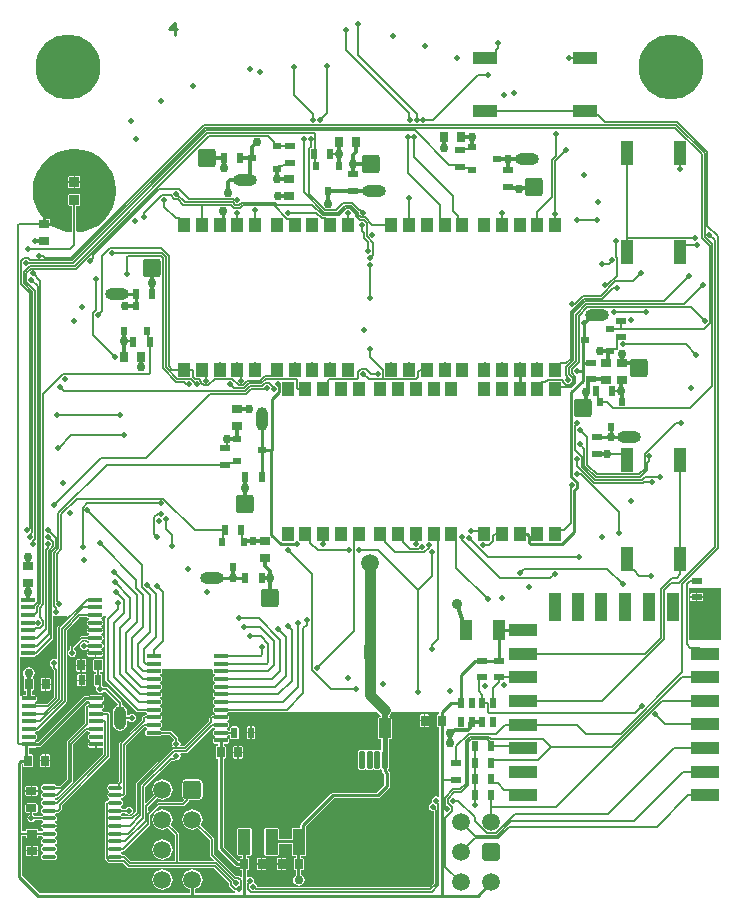
<source format=gbr>
%TF.GenerationSoftware,Altium Limited,Altium Designer,20.1.8 (145)*%
G04 Layer_Physical_Order=4*
G04 Layer_Color=16729670*
%FSLAX44Y44*%
%MOMM*%
%TF.SameCoordinates,602AE14E-E67F-4A72-A58A-C630FF545DDC*%
%TF.FilePolarity,Positive*%
%TF.FileFunction,Copper,L4,Bot,Signal*%
%TF.Part,Single*%
G01*
G75*
%TA.AperFunction,Conductor*%
%ADD10C,0.1270*%
%ADD11C,0.2540*%
%ADD12C,0.1524*%
%ADD46C,0.3048*%
%ADD47C,0.2032*%
%ADD48C,0.1778*%
%TA.AperFunction,NonConductor*%
%ADD49C,0.2540*%
%TA.AperFunction,ComponentPad*%
G04:AMPARAMS|DCode=50|XSize=1.5mm|YSize=1.5mm|CornerRadius=0.1875mm|HoleSize=0mm|Usage=FLASHONLY|Rotation=270.000|XOffset=0mm|YOffset=0mm|HoleType=Round|Shape=RoundedRectangle|*
%AMROUNDEDRECTD50*
21,1,1.5000,1.1250,0,0,270.0*
21,1,1.1250,1.5000,0,0,270.0*
1,1,0.3750,-0.5625,-0.5625*
1,1,0.3750,-0.5625,0.5625*
1,1,0.3750,0.5625,0.5625*
1,1,0.3750,0.5625,-0.5625*
%
%ADD50ROUNDEDRECTD50*%
%ADD51C,1.5000*%
G04:AMPARAMS|DCode=52|XSize=1.5mm|YSize=1.5mm|CornerRadius=0.15mm|HoleSize=0mm|Usage=FLASHONLY|Rotation=180.000|XOffset=0mm|YOffset=0mm|HoleType=Round|Shape=RoundedRectangle|*
%AMROUNDEDRECTD52*
21,1,1.5000,1.2000,0,0,180.0*
21,1,1.2000,1.5000,0,0,180.0*
1,1,0.3000,-0.6000,0.6000*
1,1,0.3000,0.6000,0.6000*
1,1,0.3000,0.6000,-0.6000*
1,1,0.3000,-0.6000,-0.6000*
%
%ADD52ROUNDEDRECTD52*%
%TA.AperFunction,ViaPad*%
%ADD53C,5.5000*%
%TA.AperFunction,ComponentPad*%
%ADD54C,0.5600*%
%ADD55O,2.2000X1.1000*%
%ADD56O,1.9000X1.1000*%
%TA.AperFunction,ViaPad*%
%ADD57C,0.7600*%
%ADD58C,0.4600*%
%ADD59C,0.9000*%
%ADD60C,1.5000*%
%TA.AperFunction,SMDPad,CuDef*%
G04:AMPARAMS|DCode=62|XSize=1.1mm|YSize=2.3mm|CornerRadius=0.0055mm|HoleSize=0mm|Usage=FLASHONLY|Rotation=270.000|XOffset=0mm|YOffset=0mm|HoleType=Round|Shape=RoundedRectangle|*
%AMROUNDEDRECTD62*
21,1,1.1000,2.2890,0,0,270.0*
21,1,1.0890,2.3000,0,0,270.0*
1,1,0.0110,-1.1445,-0.5445*
1,1,0.0110,-1.1445,0.5445*
1,1,0.0110,1.1445,0.5445*
1,1,0.0110,1.1445,-0.5445*
%
%ADD62ROUNDEDRECTD62*%
G04:AMPARAMS|DCode=63|XSize=1.1mm|YSize=2.3mm|CornerRadius=0.0055mm|HoleSize=0mm|Usage=FLASHONLY|Rotation=180.000|XOffset=0mm|YOffset=0mm|HoleType=Round|Shape=RoundedRectangle|*
%AMROUNDEDRECTD63*
21,1,1.1000,2.2890,0,0,180.0*
21,1,1.0890,2.3000,0,0,180.0*
1,1,0.0110,-0.5445,1.1445*
1,1,0.0110,0.5445,1.1445*
1,1,0.0110,0.5445,-1.1445*
1,1,0.0110,-0.5445,-1.1445*
%
%ADD63ROUNDEDRECTD63*%
G04:AMPARAMS|DCode=64|XSize=2.1mm|YSize=1mm|CornerRadius=0.05mm|HoleSize=0mm|Usage=FLASHONLY|Rotation=180.000|XOffset=0mm|YOffset=0mm|HoleType=Round|Shape=RoundedRectangle|*
%AMROUNDEDRECTD64*
21,1,2.1000,0.9000,0,0,180.0*
21,1,2.0000,1.0000,0,0,180.0*
1,1,0.1000,-1.0000,0.4500*
1,1,0.1000,1.0000,0.4500*
1,1,0.1000,1.0000,-0.4500*
1,1,0.1000,-1.0000,-0.4500*
%
%ADD64ROUNDEDRECTD64*%
G04:AMPARAMS|DCode=65|XSize=0.85mm|YSize=0.5mm|CornerRadius=0.0025mm|HoleSize=0mm|Usage=FLASHONLY|Rotation=0.000|XOffset=0mm|YOffset=0mm|HoleType=Round|Shape=RoundedRectangle|*
%AMROUNDEDRECTD65*
21,1,0.8500,0.4950,0,0,0.0*
21,1,0.8450,0.5000,0,0,0.0*
1,1,0.0050,0.4225,-0.2475*
1,1,0.0050,-0.4225,-0.2475*
1,1,0.0050,-0.4225,0.2475*
1,1,0.0050,0.4225,0.2475*
%
%ADD65ROUNDEDRECTD65*%
G04:AMPARAMS|DCode=66|XSize=0.5mm|YSize=0.8mm|CornerRadius=0.0025mm|HoleSize=0mm|Usage=FLASHONLY|Rotation=180.000|XOffset=0mm|YOffset=0mm|HoleType=Round|Shape=RoundedRectangle|*
%AMROUNDEDRECTD66*
21,1,0.5000,0.7950,0,0,180.0*
21,1,0.4950,0.8000,0,0,180.0*
1,1,0.0050,-0.2475,0.3975*
1,1,0.0050,0.2475,0.3975*
1,1,0.0050,0.2475,-0.3975*
1,1,0.0050,-0.2475,-0.3975*
%
%ADD66ROUNDEDRECTD66*%
G04:AMPARAMS|DCode=67|XSize=0.85mm|YSize=0.6mm|CornerRadius=0.003mm|HoleSize=0mm|Usage=FLASHONLY|Rotation=270.000|XOffset=0mm|YOffset=0mm|HoleType=Round|Shape=RoundedRectangle|*
%AMROUNDEDRECTD67*
21,1,0.8500,0.5940,0,0,270.0*
21,1,0.8440,0.6000,0,0,270.0*
1,1,0.0060,-0.2970,-0.4220*
1,1,0.0060,-0.2970,0.4220*
1,1,0.0060,0.2970,0.4220*
1,1,0.0060,0.2970,-0.4220*
%
%ADD67ROUNDEDRECTD67*%
G04:AMPARAMS|DCode=68|XSize=1mm|YSize=1.25mm|CornerRadius=0.005mm|HoleSize=0mm|Usage=FLASHONLY|Rotation=180.000|XOffset=0mm|YOffset=0mm|HoleType=Round|Shape=RoundedRectangle|*
%AMROUNDEDRECTD68*
21,1,1.0000,1.2400,0,0,180.0*
21,1,0.9900,1.2500,0,0,180.0*
1,1,0.0100,-0.4950,0.6200*
1,1,0.0100,0.4950,0.6200*
1,1,0.0100,0.4950,-0.6200*
1,1,0.0100,-0.4950,-0.6200*
%
%ADD68ROUNDEDRECTD68*%
G04:AMPARAMS|DCode=69|XSize=0.85mm|YSize=0.6mm|CornerRadius=0.003mm|HoleSize=0mm|Usage=FLASHONLY|Rotation=180.000|XOffset=0mm|YOffset=0mm|HoleType=Round|Shape=RoundedRectangle|*
%AMROUNDEDRECTD69*
21,1,0.8500,0.5940,0,0,180.0*
21,1,0.8440,0.6000,0,0,180.0*
1,1,0.0060,-0.4220,0.2970*
1,1,0.0060,0.4220,0.2970*
1,1,0.0060,0.4220,-0.2970*
1,1,0.0060,-0.4220,-0.2970*
%
%ADD69ROUNDEDRECTD69*%
G04:AMPARAMS|DCode=70|XSize=2.1mm|YSize=1mm|CornerRadius=0.05mm|HoleSize=0mm|Usage=FLASHONLY|Rotation=270.000|XOffset=0mm|YOffset=0mm|HoleType=Round|Shape=RoundedRectangle|*
%AMROUNDEDRECTD70*
21,1,2.1000,0.9000,0,0,270.0*
21,1,2.0000,1.0000,0,0,270.0*
1,1,0.1000,-0.4500,-1.0000*
1,1,0.1000,-0.4500,1.0000*
1,1,0.1000,0.4500,1.0000*
1,1,0.1000,0.4500,-1.0000*
%
%ADD70ROUNDEDRECTD70*%
G04:AMPARAMS|DCode=71|XSize=0.85mm|YSize=0.5mm|CornerRadius=0.0025mm|HoleSize=0mm|Usage=FLASHONLY|Rotation=270.000|XOffset=0mm|YOffset=0mm|HoleType=Round|Shape=RoundedRectangle|*
%AMROUNDEDRECTD71*
21,1,0.8500,0.4950,0,0,270.0*
21,1,0.8450,0.5000,0,0,270.0*
1,1,0.0050,-0.2475,-0.4225*
1,1,0.0050,-0.2475,0.4225*
1,1,0.0050,0.2475,0.4225*
1,1,0.0050,0.2475,-0.4225*
%
%ADD71ROUNDEDRECTD71*%
G04:AMPARAMS|DCode=72|XSize=0.8mm|YSize=0.8mm|CornerRadius=0.004mm|HoleSize=0mm|Usage=FLASHONLY|Rotation=270.000|XOffset=0mm|YOffset=0mm|HoleType=Round|Shape=RoundedRectangle|*
%AMROUNDEDRECTD72*
21,1,0.8000,0.7920,0,0,270.0*
21,1,0.7920,0.8000,0,0,270.0*
1,1,0.0080,-0.3960,-0.3960*
1,1,0.0080,-0.3960,0.3960*
1,1,0.0080,0.3960,0.3960*
1,1,0.0080,0.3960,-0.3960*
%
%ADD72ROUNDEDRECTD72*%
G04:AMPARAMS|DCode=73|XSize=1.65mm|YSize=0.95mm|CornerRadius=0.0048mm|HoleSize=0mm|Usage=FLASHONLY|Rotation=270.000|XOffset=0mm|YOffset=0mm|HoleType=Round|Shape=RoundedRectangle|*
%AMROUNDEDRECTD73*
21,1,1.6500,0.9405,0,0,270.0*
21,1,1.6405,0.9500,0,0,270.0*
1,1,0.0095,-0.4703,-0.8203*
1,1,0.0095,-0.4703,0.8203*
1,1,0.0095,0.4703,0.8203*
1,1,0.0095,0.4703,-0.8203*
%
%ADD73ROUNDEDRECTD73*%
G04:AMPARAMS|DCode=74|XSize=1.5mm|YSize=1.5mm|CornerRadius=0.1875mm|HoleSize=0mm|Usage=FLASHONLY|Rotation=180.000|XOffset=0mm|YOffset=0mm|HoleType=Round|Shape=RoundedRectangle|*
%AMROUNDEDRECTD74*
21,1,1.5000,1.1250,0,0,180.0*
21,1,1.1250,1.5000,0,0,180.0*
1,1,0.3750,-0.5625,0.5625*
1,1,0.3750,0.5625,0.5625*
1,1,0.3750,0.5625,-0.5625*
1,1,0.3750,-0.5625,-0.5625*
%
%ADD74ROUNDEDRECTD74*%
%ADD75O,1.0000X2.0000*%
%ADD76O,2.0000X1.0000*%
G04:AMPARAMS|DCode=77|XSize=0.55mm|YSize=0.7mm|CornerRadius=0.0028mm|HoleSize=0mm|Usage=FLASHONLY|Rotation=0.000|XOffset=0mm|YOffset=0mm|HoleType=Round|Shape=RoundedRectangle|*
%AMROUNDEDRECTD77*
21,1,0.5500,0.6945,0,0,0.0*
21,1,0.5445,0.7000,0,0,0.0*
1,1,0.0055,0.2723,-0.3473*
1,1,0.0055,-0.2723,-0.3473*
1,1,0.0055,-0.2723,0.3473*
1,1,0.0055,0.2723,0.3473*
%
%ADD77ROUNDEDRECTD77*%
%ADD78O,1.2000X0.4000*%
G04:AMPARAMS|DCode=79|XSize=3.355mm|YSize=4.12mm|CornerRadius=0.2852mm|HoleSize=0mm|Usage=FLASHONLY|Rotation=0.000|XOffset=0mm|YOffset=0mm|HoleType=Round|Shape=RoundedRectangle|*
%AMROUNDEDRECTD79*
21,1,3.3550,3.5497,0,0,0.0*
21,1,2.7847,4.1200,0,0,0.0*
1,1,0.5704,1.3923,-1.7748*
1,1,0.5704,-1.3923,-1.7748*
1,1,0.5704,-1.3923,1.7748*
1,1,0.5704,1.3923,1.7748*
%
%ADD79ROUNDEDRECTD79*%
%ADD80O,1.1500X0.4000*%
G04:AMPARAMS|DCode=81|XSize=1mm|YSize=2.15mm|CornerRadius=0.005mm|HoleSize=0mm|Usage=FLASHONLY|Rotation=0.000|XOffset=0mm|YOffset=0mm|HoleType=Round|Shape=RoundedRectangle|*
%AMROUNDEDRECTD81*
21,1,1.0000,2.1400,0,0,0.0*
21,1,0.9900,2.1500,0,0,0.0*
1,1,0.0100,0.4950,-1.0700*
1,1,0.0100,-0.4950,-1.0700*
1,1,0.0100,-0.4950,1.0700*
1,1,0.0100,0.4950,1.0700*
%
%ADD81ROUNDEDRECTD81*%
G04:AMPARAMS|DCode=82|XSize=3.25mm|YSize=2.15mm|CornerRadius=0.0108mm|HoleSize=0mm|Usage=FLASHONLY|Rotation=0.000|XOffset=0mm|YOffset=0mm|HoleType=Round|Shape=RoundedRectangle|*
%AMROUNDEDRECTD82*
21,1,3.2500,2.1285,0,0,0.0*
21,1,3.2285,2.1500,0,0,0.0*
1,1,0.0215,1.6143,-1.0642*
1,1,0.0215,-1.6143,-1.0642*
1,1,0.0215,-1.6143,1.0642*
1,1,0.0215,1.6143,1.0642*
%
%ADD82ROUNDEDRECTD82*%
G04:AMPARAMS|DCode=83|XSize=0.55mm|YSize=0.7mm|CornerRadius=0.0028mm|HoleSize=0mm|Usage=FLASHONLY|Rotation=270.000|XOffset=0mm|YOffset=0mm|HoleType=Round|Shape=RoundedRectangle|*
%AMROUNDEDRECTD83*
21,1,0.5500,0.6945,0,0,270.0*
21,1,0.5445,0.7000,0,0,270.0*
1,1,0.0055,-0.3473,-0.2723*
1,1,0.0055,-0.3473,0.2723*
1,1,0.0055,0.3473,0.2723*
1,1,0.0055,0.3473,-0.2723*
%
%ADD83ROUNDEDRECTD83*%
G04:AMPARAMS|DCode=84|XSize=0.45mm|YSize=1.5mm|CornerRadius=0.1125mm|HoleSize=0mm|Usage=FLASHONLY|Rotation=180.000|XOffset=0mm|YOffset=0mm|HoleType=Round|Shape=RoundedRectangle|*
%AMROUNDEDRECTD84*
21,1,0.4500,1.2750,0,0,180.0*
21,1,0.2250,1.5000,0,0,180.0*
1,1,0.2250,-0.1125,0.6375*
1,1,0.2250,0.1125,0.6375*
1,1,0.2250,0.1125,-0.6375*
1,1,0.2250,-0.1125,-0.6375*
%
%ADD84ROUNDEDRECTD84*%
%TA.AperFunction,Conductor*%
%ADD85C,0.9144*%
%ADD86C,0.4064*%
%ADD87C,0.5080*%
G36*
X-243088Y184750D02*
X-238611Y183551D01*
X-234329Y181777D01*
X-230315Y179460D01*
X-226639Y176639D01*
X-223361Y173361D01*
X-220540Y169685D01*
X-218223Y165671D01*
X-216449Y161389D01*
X-215250Y156912D01*
X-214645Y152317D01*
Y147683D01*
X-215250Y143088D01*
X-216449Y138611D01*
X-218223Y134329D01*
X-220540Y130316D01*
X-223361Y126639D01*
X-226639Y123361D01*
X-230315Y120540D01*
X-234329Y118223D01*
X-238611Y116449D01*
X-243088Y115250D01*
X-247049Y114728D01*
X-248319Y115632D01*
Y137397D01*
X-246042D01*
X-245234Y137732D01*
X-244899Y138540D01*
Y146460D01*
X-245234Y147268D01*
X-246042Y147603D01*
X-253962D01*
X-254770Y147268D01*
X-255105Y146460D01*
Y138540D01*
X-254770Y137732D01*
X-253962Y137397D01*
X-251686D01*
Y115635D01*
X-252955Y114729D01*
X-256912Y115250D01*
X-261389Y116449D01*
X-265671Y118223D01*
X-269685Y120540D01*
X-270639Y121272D01*
Y121615D01*
X-275991D01*
Y122123D01*
X-276499D01*
Y126499D01*
X-276639Y126639D01*
X-279460Y130316D01*
X-281777Y134329D01*
X-283551Y138611D01*
X-284750Y143088D01*
X-285355Y147683D01*
Y152317D01*
X-284750Y156912D01*
X-283551Y161389D01*
X-281777Y165671D01*
X-279460Y169685D01*
X-276639Y173361D01*
X-273361Y176639D01*
X-269685Y179460D01*
X-265671Y181777D01*
X-261389Y183551D01*
X-256912Y184750D01*
X-252317Y185355D01*
X-247683D01*
X-243088Y184750D01*
D02*
G37*
G36*
X-223226Y-209698D02*
X-222837Y-210637D01*
X-223183Y-210983D01*
X-223632Y-211655D01*
X-223790Y-212448D01*
X-223790Y-212448D01*
Y-263842D01*
X-223790Y-263842D01*
X-223632Y-264635D01*
X-223183Y-265307D01*
X-197717Y-290774D01*
X-197045Y-291223D01*
X-196252Y-291380D01*
X-196252Y-291380D01*
X-189124D01*
X-189056Y-291483D01*
X-188291Y-291994D01*
X-188218Y-292297D01*
Y-292820D01*
X-188291Y-293123D01*
X-189056Y-293634D01*
X-189384Y-294125D01*
X-190188D01*
X-190832Y-294253D01*
X-191378Y-294618D01*
X-192276Y-295516D01*
X-192641Y-296062D01*
X-192769Y-296707D01*
Y-298168D01*
X-211349Y-316748D01*
X-211714Y-317294D01*
X-211842Y-317938D01*
Y-349915D01*
X-213332Y-351405D01*
X-213697Y-351951D01*
X-213738Y-352156D01*
X-219024D01*
X-220201Y-352390D01*
X-221198Y-353056D01*
X-221865Y-354054D01*
X-222099Y-355231D01*
X-221865Y-356408D01*
X-221198Y-357405D01*
X-220433Y-357916D01*
X-220361Y-358219D01*
Y-358743D01*
X-220433Y-359045D01*
X-221198Y-359556D01*
X-221865Y-360554D01*
X-222099Y-361731D01*
X-221865Y-362907D01*
X-221198Y-363905D01*
X-220433Y-364416D01*
X-220361Y-364719D01*
Y-365243D01*
X-220433Y-365545D01*
X-221198Y-366056D01*
X-221526Y-366547D01*
X-221659D01*
X-222303Y-366675D01*
X-222849Y-367040D01*
X-223865Y-368056D01*
X-224230Y-368602D01*
X-224358Y-369247D01*
Y-415243D01*
X-224230Y-415887D01*
X-223865Y-416433D01*
X-221726Y-418572D01*
X-221180Y-418937D01*
X-220536Y-419065D01*
X-208552D01*
X-205020Y-422597D01*
X-204474Y-422962D01*
X-203830Y-423090D01*
X-131484D01*
X-118846Y-435728D01*
Y-437988D01*
X-118718Y-438632D01*
X-118353Y-439178D01*
X-114888Y-442642D01*
X-114342Y-443007D01*
X-114240Y-443383D01*
X-115001Y-444399D01*
X-147669D01*
Y-441422D01*
X-145729Y-440618D01*
X-143950Y-439253D01*
X-142585Y-437474D01*
X-141727Y-435403D01*
X-141434Y-433180D01*
X-141727Y-430956D01*
X-142585Y-428885D01*
X-143950Y-427106D01*
X-145729Y-425741D01*
X-147800Y-424883D01*
X-150023Y-424590D01*
X-152247Y-424883D01*
X-154318Y-425741D01*
X-156097Y-427106D01*
X-157462Y-428885D01*
X-158320Y-430956D01*
X-158613Y-433180D01*
X-158320Y-435403D01*
X-157462Y-437474D01*
X-156097Y-439253D01*
X-154318Y-440618D01*
X-152331Y-441441D01*
Y-444399D01*
X-279650D01*
X-294399Y-429650D01*
Y-396302D01*
X-291102D01*
Y-397201D01*
X-290771Y-398001D01*
X-289970Y-398333D01*
X-281530D01*
X-280729Y-398001D01*
X-280398Y-397201D01*
Y-396302D01*
X-277267D01*
X-277198Y-396405D01*
X-276433Y-396916D01*
X-276361Y-397219D01*
Y-397743D01*
X-276433Y-398045D01*
X-277198Y-398556D01*
X-277865Y-399554D01*
X-278099Y-400731D01*
X-277865Y-401908D01*
X-277198Y-402905D01*
X-276433Y-403416D01*
X-276361Y-403719D01*
Y-404243D01*
X-276433Y-404545D01*
X-277198Y-405056D01*
X-277865Y-406054D01*
X-278099Y-407231D01*
X-277865Y-408408D01*
X-277198Y-409405D01*
X-276433Y-409916D01*
X-276361Y-410219D01*
Y-410743D01*
X-276433Y-411045D01*
X-277198Y-411556D01*
X-277865Y-412554D01*
X-278099Y-413731D01*
X-277865Y-414907D01*
X-277198Y-415905D01*
X-276201Y-416572D01*
X-275024Y-416806D01*
X-267524D01*
X-266347Y-416572D01*
X-265349Y-415905D01*
X-264683Y-414907D01*
X-264449Y-413731D01*
X-264683Y-412554D01*
X-265349Y-411556D01*
X-266114Y-411045D01*
X-266187Y-410743D01*
Y-410219D01*
X-266114Y-409916D01*
X-265349Y-409405D01*
X-264683Y-408408D01*
X-264449Y-407231D01*
X-264683Y-406054D01*
X-265349Y-405056D01*
X-266114Y-404545D01*
X-266187Y-404243D01*
Y-403719D01*
X-266114Y-403416D01*
X-265349Y-402905D01*
X-264683Y-401908D01*
X-264449Y-400731D01*
X-264683Y-399554D01*
X-265349Y-398556D01*
X-266114Y-398045D01*
X-266187Y-397743D01*
Y-397219D01*
X-266114Y-396916D01*
X-265349Y-396405D01*
X-264683Y-395407D01*
X-264449Y-394231D01*
X-264683Y-393054D01*
X-265349Y-392056D01*
X-266114Y-391545D01*
X-266187Y-391243D01*
Y-390719D01*
X-266114Y-390416D01*
X-265349Y-389905D01*
X-264683Y-388908D01*
X-264550Y-388239D01*
X-271273D01*
X-277998D01*
X-277865Y-388908D01*
X-277198Y-389905D01*
X-276433Y-390416D01*
X-276361Y-390719D01*
Y-391243D01*
X-276433Y-391545D01*
X-277198Y-392056D01*
X-277267Y-392159D01*
X-280398D01*
Y-391261D01*
X-280729Y-390460D01*
X-281530Y-390129D01*
X-289970D01*
X-290771Y-390460D01*
X-291102Y-391261D01*
Y-392159D01*
X-294399D01*
Y-335515D01*
X-294277Y-335393D01*
X-293172D01*
Y-336798D01*
X-292841Y-337598D01*
X-292040Y-337930D01*
X-286100D01*
X-285299Y-337598D01*
X-284968Y-336798D01*
Y-328358D01*
X-285299Y-327557D01*
X-286100Y-327225D01*
X-288243D01*
Y-321844D01*
X-284562D01*
X-283385Y-321610D01*
X-282622Y-321100D01*
X-279526D01*
X-278634Y-320923D01*
X-277878Y-320417D01*
X-239561Y-282100D01*
X-237502D01*
X-236971Y-282455D01*
X-236899Y-282757D01*
Y-283281D01*
X-236971Y-283584D01*
X-237736Y-284095D01*
X-238065Y-284586D01*
X-238672D01*
X-239316Y-284714D01*
X-239862Y-285079D01*
X-240606Y-285823D01*
X-240971Y-286369D01*
X-241099Y-287013D01*
Y-301124D01*
X-255856Y-315882D01*
X-256221Y-316428D01*
X-256349Y-317072D01*
Y-347923D01*
X-261974Y-353547D01*
X-265021D01*
X-265349Y-353056D01*
X-266347Y-352390D01*
X-267524Y-352156D01*
X-275024D01*
X-276201Y-352390D01*
X-277198Y-353056D01*
X-277865Y-354054D01*
X-278099Y-355231D01*
X-277865Y-356408D01*
X-277198Y-357405D01*
X-276433Y-357916D01*
X-276361Y-358219D01*
Y-358743D01*
X-276433Y-359045D01*
X-277198Y-359556D01*
X-277865Y-360554D01*
X-278099Y-361731D01*
X-277865Y-362907D01*
X-277198Y-363905D01*
X-276433Y-364416D01*
X-276361Y-364719D01*
Y-365243D01*
X-276433Y-365545D01*
X-277198Y-366056D01*
X-277865Y-367054D01*
X-278099Y-368231D01*
X-277865Y-369408D01*
X-277198Y-370405D01*
X-276433Y-370916D01*
X-276361Y-371219D01*
Y-371743D01*
X-276433Y-372045D01*
X-277198Y-372556D01*
X-277865Y-373554D01*
X-278099Y-374731D01*
X-277865Y-375908D01*
X-277198Y-376905D01*
X-276433Y-377416D01*
X-276361Y-377719D01*
Y-378243D01*
X-276433Y-378545D01*
X-277198Y-379056D01*
X-277526Y-379547D01*
X-283158D01*
X-283720Y-378707D01*
X-284560Y-378146D01*
Y-376697D01*
X-282023D01*
X-281222Y-376365D01*
X-280891Y-375565D01*
Y-369625D01*
X-281222Y-368824D01*
X-282023Y-368493D01*
X-290463D01*
X-291264Y-368824D01*
X-291595Y-369625D01*
Y-375565D01*
X-291264Y-376365D01*
X-290463Y-376697D01*
X-287926D01*
Y-378146D01*
X-288766Y-378707D01*
X-289540Y-379865D01*
X-289811Y-381231D01*
X-289540Y-382596D01*
X-288766Y-383754D01*
X-287609Y-384528D01*
X-286243Y-384799D01*
X-284877Y-384528D01*
X-283720Y-383754D01*
X-283158Y-382914D01*
X-277526D01*
X-277198Y-383405D01*
X-276433Y-383916D01*
X-276361Y-384219D01*
Y-384743D01*
X-276433Y-385045D01*
X-277198Y-385556D01*
X-277865Y-386554D01*
X-277998Y-387223D01*
X-271273D01*
X-264550D01*
X-264683Y-386554D01*
X-265349Y-385556D01*
X-266114Y-385045D01*
X-266187Y-384743D01*
Y-384219D01*
X-266114Y-383916D01*
X-265349Y-383405D01*
X-264683Y-382407D01*
X-264449Y-381231D01*
X-264683Y-380054D01*
X-265349Y-379056D01*
X-266114Y-378545D01*
X-266187Y-378243D01*
Y-377719D01*
X-266114Y-377416D01*
X-265349Y-376905D01*
X-265021Y-376414D01*
X-263850D01*
X-263206Y-376286D01*
X-262659Y-375921D01*
X-261301Y-374563D01*
X-260936Y-374017D01*
X-260808Y-373372D01*
Y-370309D01*
X-220116Y-329617D01*
X-219751Y-329071D01*
X-219623Y-328427D01*
Y-293513D01*
X-219751Y-292869D01*
X-220116Y-292323D01*
X-220860Y-291579D01*
X-221406Y-291214D01*
X-222050Y-291086D01*
X-225060D01*
X-225388Y-290595D01*
X-226153Y-290084D01*
X-226225Y-289781D01*
Y-289257D01*
X-226153Y-288955D01*
X-225388Y-288444D01*
X-224721Y-287446D01*
X-224487Y-286269D01*
X-224721Y-285092D01*
X-225388Y-284095D01*
X-226153Y-283584D01*
X-226225Y-283281D01*
Y-282757D01*
X-226153Y-282455D01*
X-225388Y-281944D01*
X-224721Y-280946D01*
X-224487Y-279769D01*
X-224721Y-278592D01*
X-225388Y-277595D01*
X-226385Y-276928D01*
X-227562Y-276694D01*
X-235562D01*
X-236739Y-276928D01*
X-237502Y-277438D01*
X-240526D01*
X-241418Y-277616D01*
X-242174Y-278121D01*
X-280492Y-316438D01*
X-282622D01*
X-283153Y-316084D01*
X-283225Y-315781D01*
Y-315257D01*
X-283153Y-314955D01*
X-282388Y-314444D01*
X-281721Y-313446D01*
X-281487Y-312269D01*
X-281721Y-311092D01*
X-282388Y-310095D01*
X-283153Y-309584D01*
X-283225Y-309281D01*
Y-308757D01*
X-283153Y-308455D01*
X-282388Y-307944D01*
X-282059Y-307453D01*
X-281982D01*
X-281338Y-307324D01*
X-280792Y-306959D01*
X-257078Y-283246D01*
X-256713Y-282700D01*
X-256585Y-282055D01*
Y-222261D01*
X-245138Y-210813D01*
X-238827D01*
X-238498Y-211304D01*
X-237733Y-211816D01*
X-237661Y-212118D01*
Y-212642D01*
X-237733Y-212945D01*
X-238498Y-213456D01*
X-239165Y-214453D01*
X-239298Y-215122D01*
X-232325D01*
X-225350D01*
X-225483Y-214453D01*
X-226150Y-213456D01*
X-226915Y-212945D01*
X-226987Y-212642D01*
Y-212118D01*
X-226915Y-211816D01*
X-226150Y-211304D01*
X-225483Y-210307D01*
X-225362Y-209698D01*
X-223226D01*
D02*
G37*
G36*
X297961Y-230692D02*
X270145Y-230693D01*
Y-186182D01*
X297961Y-186182D01*
Y-230692D01*
D02*
G37*
G36*
X-266528Y-209698D02*
X-265421Y-209918D01*
X-264314Y-209698D01*
X-256577D01*
X-256188Y-210637D01*
X-264031Y-218479D01*
X-264396Y-219025D01*
X-264524Y-219670D01*
Y-246188D01*
X-265420Y-246667D01*
X-265610Y-246540D01*
X-266975Y-246269D01*
X-268341Y-246540D01*
X-269499Y-247314D01*
X-270272Y-248472D01*
X-270544Y-249837D01*
X-270272Y-251203D01*
X-269499Y-252360D01*
X-268659Y-252922D01*
Y-253624D01*
X-268531Y-254268D01*
X-268166Y-254814D01*
X-266810Y-256170D01*
Y-278517D01*
X-272878Y-284586D01*
X-282059D01*
X-282388Y-284095D01*
X-283153Y-283584D01*
X-283225Y-283281D01*
Y-282757D01*
X-283153Y-282455D01*
X-282388Y-281944D01*
X-281721Y-280946D01*
X-281487Y-279769D01*
X-281721Y-278592D01*
X-282388Y-277595D01*
X-283385Y-276928D01*
X-284562Y-276694D01*
X-285972D01*
Y-273114D01*
X-285592D01*
X-284792Y-272783D01*
X-284460Y-271982D01*
Y-263542D01*
X-284792Y-262742D01*
X-284849Y-262555D01*
X-284958Y-261573D01*
X-284025Y-260177D01*
X-283652Y-258298D01*
X-284025Y-256419D01*
X-285090Y-254826D01*
X-286683Y-253762D01*
X-288562Y-253388D01*
X-290441Y-253762D01*
X-292034Y-254826D01*
X-293099Y-256419D01*
X-293472Y-258298D01*
X-293099Y-260177D01*
X-292166Y-261573D01*
X-292275Y-262555D01*
X-292333Y-262742D01*
X-292664Y-263542D01*
Y-271982D01*
X-292333Y-272783D01*
X-291532Y-273114D01*
X-291152D01*
Y-276694D01*
X-292562D01*
X-293739Y-276928D01*
X-294666Y-277547D01*
X-295031Y-277466D01*
X-295682Y-277181D01*
Y-244904D01*
X-294666Y-244361D01*
X-294501Y-244471D01*
X-293324Y-244705D01*
X-285324D01*
X-284147Y-244471D01*
X-283150Y-243804D01*
X-282822Y-243313D01*
X-282458D01*
X-281814Y-243185D01*
X-281267Y-242820D01*
X-268365Y-229918D01*
X-268001Y-229372D01*
X-267872Y-228728D01*
Y-209698D01*
X-266528D01*
D02*
G37*
G36*
X-132673Y-255558D02*
X-132722Y-255632D01*
X-132956Y-256809D01*
X-132722Y-257985D01*
X-132056Y-258983D01*
X-131291Y-259494D01*
X-131218Y-259797D01*
Y-260320D01*
X-131291Y-260623D01*
X-132056Y-261134D01*
X-132722Y-262132D01*
X-132956Y-263309D01*
X-132722Y-264485D01*
X-132056Y-265483D01*
X-131291Y-265994D01*
X-131218Y-266297D01*
Y-266821D01*
X-131291Y-267123D01*
X-132056Y-267634D01*
X-132722Y-268632D01*
X-132956Y-269809D01*
X-132722Y-270985D01*
X-132056Y-271983D01*
X-131291Y-272494D01*
X-131218Y-272797D01*
Y-273321D01*
X-131291Y-273623D01*
X-132056Y-274134D01*
X-132722Y-275132D01*
X-132956Y-276309D01*
X-132722Y-277485D01*
X-132056Y-278483D01*
X-131291Y-278994D01*
X-131218Y-279297D01*
Y-279820D01*
X-131291Y-280123D01*
X-132056Y-280634D01*
X-132722Y-281632D01*
X-132956Y-282809D01*
X-132722Y-283985D01*
X-132056Y-284983D01*
X-131291Y-285494D01*
X-131218Y-285797D01*
Y-286320D01*
X-131291Y-286623D01*
X-132056Y-287134D01*
X-132722Y-288132D01*
X-132956Y-289309D01*
X-132722Y-290485D01*
X-132056Y-291483D01*
X-131291Y-291994D01*
X-131218Y-292297D01*
Y-292820D01*
X-131291Y-293123D01*
X-132056Y-293634D01*
X-132384Y-294125D01*
X-133184D01*
X-133828Y-294253D01*
X-134374Y-294618D01*
X-135272Y-295516D01*
X-135637Y-296063D01*
X-135765Y-296707D01*
Y-299358D01*
X-156870Y-320463D01*
X-159963D01*
X-160442Y-319567D01*
X-160315Y-319377D01*
X-160043Y-318012D01*
X-160315Y-316646D01*
X-161088Y-315488D01*
X-161928Y-314927D01*
Y-313859D01*
X-162057Y-313215D01*
X-162421Y-312669D01*
X-167472Y-307618D01*
X-168018Y-307253D01*
X-168662Y-307125D01*
X-176379D01*
X-176707Y-306634D01*
X-177472Y-306123D01*
X-177544Y-305821D01*
Y-305297D01*
X-177472Y-304994D01*
X-176707Y-304483D01*
X-176040Y-303485D01*
X-175806Y-302309D01*
X-176040Y-301132D01*
X-176707Y-300134D01*
X-177472Y-299623D01*
X-177544Y-299321D01*
Y-298797D01*
X-177472Y-298494D01*
X-176707Y-297983D01*
X-176040Y-296985D01*
X-175806Y-295809D01*
X-176040Y-294632D01*
X-176707Y-293634D01*
X-177472Y-293123D01*
X-177544Y-292820D01*
Y-292297D01*
X-177472Y-291994D01*
X-176707Y-291483D01*
X-176040Y-290485D01*
X-175806Y-289309D01*
X-176040Y-288132D01*
X-176707Y-287134D01*
X-177472Y-286623D01*
X-177544Y-286320D01*
Y-285797D01*
X-177472Y-285494D01*
X-176707Y-284983D01*
X-176040Y-283985D01*
X-175806Y-282809D01*
X-176040Y-281632D01*
X-176707Y-280634D01*
X-177472Y-280123D01*
X-177544Y-279820D01*
Y-279297D01*
X-177472Y-278994D01*
X-176707Y-278483D01*
X-176040Y-277485D01*
X-175806Y-276309D01*
X-176040Y-275132D01*
X-176707Y-274134D01*
X-177472Y-273623D01*
X-177544Y-273321D01*
Y-272797D01*
X-177472Y-272494D01*
X-176707Y-271983D01*
X-176040Y-270985D01*
X-175806Y-269809D01*
X-176040Y-268632D01*
X-176707Y-267634D01*
X-177472Y-267123D01*
X-177544Y-266821D01*
Y-266297D01*
X-177472Y-265994D01*
X-176707Y-265483D01*
X-176040Y-264485D01*
X-175806Y-263309D01*
X-176040Y-262132D01*
X-176707Y-261134D01*
X-177472Y-260623D01*
X-177544Y-260320D01*
Y-259797D01*
X-177472Y-259494D01*
X-176707Y-258983D01*
X-176040Y-257985D01*
X-175806Y-256809D01*
X-176040Y-255632D01*
X-176090Y-255558D01*
X-175547Y-254542D01*
X-133216D01*
X-132673Y-255558D01*
D02*
G37*
G36*
X58734Y-291650D02*
Y-293231D01*
X58095D01*
X57294Y-293562D01*
X56962Y-294363D01*
Y-302803D01*
X57294Y-303603D01*
X58095Y-303935D01*
X58734D01*
Y-362693D01*
X57838Y-363172D01*
X57660Y-363053D01*
X56294Y-362781D01*
X54929Y-363053D01*
X53771Y-363826D01*
X52998Y-364984D01*
X52726Y-366350D01*
X52998Y-367715D01*
X52728Y-368367D01*
X52643Y-368383D01*
X51485Y-369157D01*
X50712Y-370315D01*
X50440Y-371680D01*
X50712Y-373046D01*
X51485Y-374204D01*
X52643Y-374977D01*
X54008Y-375249D01*
X54174Y-375385D01*
Y-436528D01*
X50863Y-439840D01*
X-95211D01*
X-95347Y-439674D01*
X-95618Y-438308D01*
X-96392Y-437151D01*
X-97550Y-436377D01*
X-97821Y-435287D01*
X-97633Y-434344D01*
X-97905Y-432978D01*
X-98678Y-431820D01*
X-99836Y-431047D01*
X-101201Y-430775D01*
X-102567Y-431047D01*
X-102745Y-431165D01*
X-103641Y-430686D01*
Y-425266D01*
X-103001D01*
X-102201Y-424935D01*
X-101869Y-424134D01*
Y-415694D01*
X-102201Y-414893D01*
X-103001Y-414562D01*
X-103641D01*
Y-412791D01*
X-101021D01*
X-100205Y-412453D01*
X-99868Y-411637D01*
Y-390237D01*
X-100205Y-389421D01*
X-101021Y-389083D01*
X-110921D01*
X-111737Y-389421D01*
X-112075Y-390237D01*
Y-411637D01*
X-111737Y-412453D01*
X-110921Y-412791D01*
X-108302D01*
Y-414562D01*
X-108941D01*
X-109742Y-414893D01*
X-110074Y-415694D01*
Y-417583D01*
X-111202D01*
X-123550Y-405234D01*
Y-330845D01*
X-122911D01*
X-122111Y-330513D01*
X-121779Y-329712D01*
Y-321272D01*
X-122111Y-320472D01*
X-122911Y-320140D01*
X-123550D01*
Y-318384D01*
X-121881D01*
X-120704Y-318150D01*
X-119707Y-317483D01*
X-119040Y-316485D01*
X-118806Y-315309D01*
X-119040Y-314132D01*
X-119707Y-313134D01*
X-120472Y-312623D01*
X-120544Y-312320D01*
Y-311797D01*
X-120472Y-311494D01*
X-119707Y-310983D01*
X-119379Y-310492D01*
X-117978D01*
Y-313034D01*
X-117648Y-313830D01*
X-116852Y-314160D01*
X-111902D01*
X-111105Y-313830D01*
X-110775Y-313034D01*
Y-304584D01*
X-111105Y-303787D01*
X-111902Y-303457D01*
X-116852D01*
X-117648Y-303787D01*
X-117978Y-304584D01*
Y-307125D01*
X-119379D01*
X-119707Y-306634D01*
X-120472Y-306123D01*
X-120544Y-305821D01*
Y-305297D01*
X-120472Y-304994D01*
X-119707Y-304483D01*
X-119040Y-303485D01*
X-118806Y-302309D01*
X-119040Y-301132D01*
X-119707Y-300134D01*
X-120472Y-299623D01*
X-120544Y-299321D01*
Y-298797D01*
X-120472Y-298494D01*
X-119707Y-297983D01*
X-119040Y-296985D01*
X-118806Y-295809D01*
X-119040Y-294632D01*
X-119707Y-293634D01*
X-120472Y-293123D01*
X-120544Y-292820D01*
Y-292297D01*
X-120472Y-291994D01*
X-119707Y-291483D01*
X-119638Y-291380D01*
X-70301D01*
X-70301Y-291380D01*
X-70088Y-291338D01*
X6281D01*
X8971Y-294029D01*
X9374Y-294298D01*
Y-295646D01*
X8298D01*
X7484Y-295984D01*
X7146Y-296798D01*
Y-313202D01*
X7484Y-314016D01*
X8298Y-314354D01*
X9892D01*
Y-323186D01*
X9812Y-323257D01*
X8876Y-323636D01*
X8460Y-323358D01*
X7625Y-323192D01*
X5375D01*
X4540Y-323358D01*
X3832Y-323831D01*
X2668D01*
X1960Y-323358D01*
X1125Y-323192D01*
X-1125D01*
X-1960Y-323358D01*
X-2668Y-323831D01*
X-3832D01*
X-4540Y-323358D01*
X-5375Y-323192D01*
X-7625D01*
X-8460Y-323358D01*
X-9169Y-323831D01*
X-9642Y-324540D01*
X-9808Y-325375D01*
Y-338125D01*
X-9642Y-338960D01*
X-9169Y-339669D01*
X-8460Y-340142D01*
X-7625Y-340308D01*
X-5375D01*
X-4540Y-340142D01*
X-3832Y-339669D01*
X-2668D01*
X-1960Y-340142D01*
X-1125Y-340308D01*
X1125D01*
X1960Y-340142D01*
X2668Y-339669D01*
X3832D01*
X4540Y-340142D01*
X5375Y-340308D01*
X7625D01*
X8460Y-340142D01*
X9168Y-339669D01*
X9747D01*
X10669Y-340545D01*
Y-341331D01*
X10847Y-342223D01*
X11352Y-342979D01*
X12413Y-344040D01*
Y-353099D01*
X5902Y-359610D01*
X-31220D01*
X-32112Y-359788D01*
X-32868Y-360293D01*
X-57889Y-385314D01*
X-58395Y-386070D01*
X-58572Y-386962D01*
Y-389083D01*
X-64921D01*
X-65737Y-389421D01*
X-66075Y-390237D01*
Y-398555D01*
X-76868D01*
Y-390237D01*
X-77206Y-389421D01*
X-78021Y-389083D01*
X-87921D01*
X-88737Y-389421D01*
X-89075Y-390237D01*
Y-411637D01*
X-88737Y-412453D01*
X-87921Y-412791D01*
X-78021D01*
X-77206Y-412453D01*
X-76868Y-411637D01*
Y-403217D01*
X-66075D01*
Y-411637D01*
X-65737Y-412453D01*
X-64921Y-412791D01*
X-62602D01*
Y-414562D01*
X-62941D01*
X-63742Y-414893D01*
X-64074Y-415694D01*
Y-424134D01*
X-63742Y-424935D01*
X-62941Y-425266D01*
X-62602D01*
Y-429346D01*
X-63444Y-429908D01*
X-64508Y-431501D01*
X-64882Y-433380D01*
X-64508Y-435259D01*
X-63444Y-436852D01*
X-61851Y-437916D01*
X-59971Y-438290D01*
X-58092Y-437916D01*
X-56499Y-436852D01*
X-55435Y-435259D01*
X-55061Y-433380D01*
X-55435Y-431501D01*
X-56499Y-429908D01*
X-57941Y-428945D01*
Y-425266D01*
X-57001D01*
X-56201Y-424935D01*
X-55869Y-424134D01*
Y-415694D01*
X-56201Y-414893D01*
X-57001Y-414562D01*
X-57941D01*
Y-412791D01*
X-55021D01*
X-54205Y-412453D01*
X-53868Y-411637D01*
Y-390237D01*
X-53911Y-390133D01*
Y-387928D01*
X-30255Y-364272D01*
X6867D01*
X7759Y-364094D01*
X8515Y-363589D01*
X16392Y-355713D01*
X16897Y-354957D01*
X17074Y-354065D01*
Y-343074D01*
X16897Y-342182D01*
X16392Y-341426D01*
X15736Y-340771D01*
X15668Y-339669D01*
X16142Y-338960D01*
X16308Y-338125D01*
Y-325375D01*
X16142Y-324540D01*
X16108Y-324489D01*
Y-314354D01*
X17702D01*
X18516Y-314016D01*
X18854Y-313202D01*
Y-296798D01*
X18516Y-295984D01*
X17702Y-295646D01*
X16626D01*
Y-294298D01*
X17029Y-294029D01*
X18264Y-292180D01*
X18431Y-291338D01*
X58477D01*
X58734Y-291650D01*
D02*
G37*
G36*
X-131291Y-304994D02*
X-131218Y-305297D01*
Y-305821D01*
X-131291Y-306123D01*
X-132056Y-306634D01*
X-132722Y-307632D01*
X-132956Y-308809D01*
X-132722Y-309985D01*
X-132056Y-310983D01*
X-131291Y-311494D01*
X-131218Y-311797D01*
Y-312320D01*
X-131291Y-312623D01*
X-132056Y-313134D01*
X-132722Y-314132D01*
X-132956Y-315309D01*
X-132722Y-316485D01*
X-132056Y-317483D01*
X-131058Y-318150D01*
X-129881Y-318384D01*
X-128212D01*
Y-320140D01*
X-128851D01*
X-129652Y-320472D01*
X-129983Y-321272D01*
Y-329712D01*
X-129652Y-330513D01*
X-128851Y-330845D01*
X-128212D01*
Y-406200D01*
X-128034Y-407092D01*
X-127529Y-407848D01*
X-113815Y-421562D01*
X-113059Y-422067D01*
X-112167Y-422245D01*
X-110074D01*
Y-424134D01*
X-109742Y-424935D01*
X-108941Y-425266D01*
X-108302D01*
Y-430822D01*
X-109241Y-431211D01*
X-110124Y-430327D01*
X-110670Y-429963D01*
X-111315Y-429834D01*
X-113513D01*
X-131572Y-411775D01*
Y-399148D01*
X-131700Y-398504D01*
X-132065Y-397957D01*
X-142916Y-387106D01*
X-142585Y-386674D01*
X-141727Y-384603D01*
X-141434Y-382380D01*
X-141727Y-380157D01*
X-142585Y-378085D01*
X-143950Y-376306D01*
X-145729Y-374941D01*
X-147800Y-374083D01*
X-150023Y-373790D01*
X-152247Y-374083D01*
X-154318Y-374941D01*
X-156097Y-376306D01*
X-157462Y-378085D01*
X-158320Y-380157D01*
X-158613Y-382380D01*
X-158320Y-384603D01*
X-157462Y-386674D01*
X-156097Y-388453D01*
X-154318Y-389818D01*
X-152247Y-390676D01*
X-150023Y-390969D01*
X-147800Y-390676D01*
X-145729Y-389818D01*
X-145297Y-389487D01*
X-134939Y-399845D01*
Y-412472D01*
X-134810Y-413117D01*
X-134446Y-413663D01*
X-131610Y-416499D01*
X-131999Y-417437D01*
X-161415D01*
Y-394705D01*
X-161543Y-394061D01*
X-161908Y-393515D01*
X-168316Y-387106D01*
X-167985Y-386674D01*
X-167127Y-384603D01*
X-166834Y-382380D01*
X-167127Y-380157D01*
X-167985Y-378085D01*
X-169350Y-376306D01*
X-171129Y-374941D01*
X-173200Y-374083D01*
X-175424Y-373790D01*
X-177647Y-374083D01*
X-179718Y-374941D01*
X-181497Y-376306D01*
X-182862Y-378085D01*
X-183720Y-380157D01*
X-184013Y-382380D01*
X-183720Y-384603D01*
X-182862Y-386674D01*
X-181497Y-388453D01*
X-179718Y-389818D01*
X-177647Y-390676D01*
X-175424Y-390969D01*
X-173200Y-390676D01*
X-171129Y-389818D01*
X-170697Y-389487D01*
X-164781Y-395402D01*
Y-417437D01*
X-202185D01*
X-207082Y-412540D01*
X-207628Y-412175D01*
X-208273Y-412047D01*
X-209021D01*
X-209349Y-411556D01*
X-210114Y-411045D01*
X-210187Y-410743D01*
Y-410219D01*
X-210114Y-409916D01*
X-209349Y-409405D01*
X-209021Y-408914D01*
X-208563D01*
X-207918Y-408786D01*
X-207372Y-408421D01*
X-186001Y-387049D01*
X-185636Y-386503D01*
X-185508Y-385859D01*
Y-378541D01*
X-178060Y-371093D01*
X-158092D01*
X-157448Y-370965D01*
X-156902Y-370600D01*
X-153631Y-367329D01*
X-153266Y-366783D01*
X-153138Y-366139D01*
Y-365552D01*
X-144398D01*
X-143271Y-365328D01*
X-142314Y-364689D01*
X-141675Y-363733D01*
X-141451Y-362605D01*
Y-351355D01*
X-141675Y-350227D01*
X-142314Y-349270D01*
X-143271Y-348631D01*
X-144398Y-348407D01*
X-155648D01*
X-156777Y-348631D01*
X-157733Y-349270D01*
X-158372Y-350227D01*
X-158596Y-351355D01*
Y-362605D01*
X-158372Y-363733D01*
X-157733Y-364689D01*
X-157407Y-364907D01*
X-157253Y-366190D01*
X-158789Y-367726D01*
X-178757D01*
X-179402Y-367855D01*
X-179948Y-368219D01*
X-186855Y-375127D01*
X-187794Y-374738D01*
Y-371730D01*
X-180150Y-364087D01*
X-179718Y-364418D01*
X-177647Y-365276D01*
X-175424Y-365569D01*
X-173200Y-365276D01*
X-171129Y-364418D01*
X-169350Y-363053D01*
X-167985Y-361274D01*
X-167127Y-359203D01*
X-166834Y-356980D01*
X-167127Y-354757D01*
X-167985Y-352685D01*
X-169350Y-350906D01*
X-171129Y-349541D01*
X-173200Y-348683D01*
X-175424Y-348390D01*
X-177647Y-348683D01*
X-179718Y-349541D01*
X-181497Y-350906D01*
X-182862Y-352685D01*
X-183720Y-354757D01*
X-184013Y-356980D01*
X-183720Y-359203D01*
X-182862Y-361274D01*
X-182531Y-361706D01*
X-189141Y-368317D01*
X-190080Y-367928D01*
Y-354801D01*
X-167768Y-332489D01*
X-165850D01*
X-165206Y-332361D01*
X-164660Y-331996D01*
X-164603Y-331939D01*
X-163612Y-332136D01*
X-162246Y-331865D01*
X-161088Y-331091D01*
X-160315Y-329933D01*
X-160043Y-328568D01*
X-160315Y-327202D01*
X-160442Y-327012D01*
X-159963Y-326116D01*
X-155226D01*
X-154582Y-325988D01*
X-154036Y-325623D01*
X-133125Y-304712D01*
X-132056Y-304483D01*
X-131291Y-304994D01*
D02*
G37*
G36*
X-237736Y-307944D02*
X-236971Y-308455D01*
X-236899Y-308757D01*
Y-309281D01*
X-236971Y-309584D01*
X-237736Y-310095D01*
X-238403Y-311092D01*
X-238637Y-312269D01*
X-238403Y-313446D01*
X-237736Y-314444D01*
X-236971Y-314955D01*
X-236899Y-315257D01*
Y-315781D01*
X-236971Y-316084D01*
X-237736Y-316595D01*
X-238403Y-317592D01*
X-238536Y-318261D01*
X-231562D01*
Y-318769D01*
X-231054D01*
Y-321844D01*
X-227562D01*
X-226385Y-321610D01*
X-226292Y-321548D01*
X-225276Y-322091D01*
Y-326783D01*
X-264621Y-366128D01*
X-265350Y-366056D01*
X-266114Y-365545D01*
X-266187Y-365243D01*
Y-364719D01*
X-266114Y-364416D01*
X-265349Y-363905D01*
X-265021Y-363414D01*
X-264544D01*
X-263900Y-363286D01*
X-263354Y-362921D01*
X-251190Y-350757D01*
X-250825Y-350211D01*
X-250697Y-349567D01*
Y-318716D01*
X-239433Y-307453D01*
X-238065D01*
X-237736Y-307944D01*
D02*
G37*
G36*
X-189056Y-304483D02*
X-188291Y-304994D01*
X-188218Y-305297D01*
Y-305821D01*
X-188291Y-306123D01*
X-189056Y-306634D01*
X-189722Y-307632D01*
X-189956Y-308809D01*
X-189722Y-309985D01*
X-189056Y-310983D01*
X-188058Y-311650D01*
X-186881Y-311884D01*
X-178881D01*
X-177704Y-311650D01*
X-176707Y-310983D01*
X-176379Y-310492D01*
X-169359D01*
X-165784Y-314067D01*
X-165891Y-315325D01*
X-166135Y-315488D01*
X-166909Y-316646D01*
X-167180Y-318012D01*
X-166909Y-319377D01*
X-166804Y-319533D01*
X-166916Y-320592D01*
X-167462Y-320956D01*
X-197525Y-351020D01*
X-197890Y-351566D01*
X-198018Y-352210D01*
Y-375832D01*
X-201734Y-379547D01*
X-209021D01*
X-209349Y-379056D01*
X-210114Y-378545D01*
X-210187Y-378243D01*
Y-377719D01*
X-210114Y-377416D01*
X-209349Y-376905D01*
X-209021Y-376414D01*
X-206961D01*
X-206400Y-377254D01*
X-205242Y-378028D01*
X-203877Y-378299D01*
X-202511Y-378028D01*
X-201353Y-377254D01*
X-200580Y-376096D01*
X-200308Y-374731D01*
X-200580Y-373365D01*
X-201353Y-372207D01*
X-202511Y-371434D01*
X-203877Y-371162D01*
X-205242Y-371434D01*
X-206400Y-372207D01*
X-206961Y-373047D01*
X-209021D01*
X-209349Y-372556D01*
X-210114Y-372045D01*
X-210187Y-371743D01*
Y-371219D01*
X-210114Y-370916D01*
X-209349Y-370405D01*
X-208683Y-369408D01*
X-208449Y-368231D01*
X-208683Y-367054D01*
X-209349Y-366056D01*
X-210114Y-365545D01*
X-210187Y-365243D01*
Y-364719D01*
X-210114Y-364416D01*
X-209349Y-363905D01*
X-209021Y-363414D01*
X-208915D01*
X-208271Y-363286D01*
X-207725Y-362921D01*
X-206683Y-361878D01*
X-206318Y-361332D01*
X-206189Y-360688D01*
Y-319583D01*
X-190584Y-303978D01*
X-189393D01*
X-189056Y-304483D01*
D02*
G37*
%LPC*%
G36*
X-246042Y162603D02*
X-249494D01*
Y158008D01*
X-244899D01*
Y161460D01*
X-245234Y162268D01*
X-246042Y162603D01*
D02*
G37*
G36*
X-250510D02*
X-253962D01*
X-254770Y162268D01*
X-255105Y161460D01*
Y158008D01*
X-250510D01*
Y162603D01*
D02*
G37*
G36*
X-244899Y156992D02*
X-249494D01*
Y152397D01*
X-246042D01*
X-245234Y152732D01*
X-244899Y153540D01*
Y156992D01*
D02*
G37*
G36*
X-250510D02*
X-255105D01*
Y153540D01*
X-254770Y152732D01*
X-253962Y152397D01*
X-250510D01*
Y156992D01*
D02*
G37*
G36*
X-271771Y126225D02*
X-275483D01*
Y122631D01*
X-270639D01*
Y125093D01*
X-270970Y125893D01*
X-271771Y126225D01*
D02*
G37*
G36*
X-225350Y-216138D02*
X-232325D01*
X-239298D01*
X-239165Y-216807D01*
X-238498Y-217804D01*
X-237733Y-218316D01*
X-237661Y-218618D01*
Y-219142D01*
X-237733Y-219445D01*
X-238498Y-219956D01*
X-239165Y-220953D01*
X-239298Y-221622D01*
X-232325D01*
X-225350D01*
X-225483Y-220953D01*
X-226150Y-219956D01*
X-226915Y-219445D01*
X-226987Y-219142D01*
Y-218618D01*
X-226915Y-218316D01*
X-226150Y-217804D01*
X-225483Y-216807D01*
X-225350Y-216138D01*
D02*
G37*
G36*
Y-222638D02*
X-232325D01*
X-239298D01*
X-239165Y-223307D01*
X-238498Y-224304D01*
X-237733Y-224816D01*
X-237661Y-225118D01*
Y-225642D01*
X-237733Y-225944D01*
X-238498Y-226456D01*
X-238827Y-226947D01*
X-244039D01*
X-244683Y-227075D01*
X-245229Y-227440D01*
X-252967Y-235177D01*
X-253332Y-235723D01*
X-253460Y-236368D01*
Y-237961D01*
X-254300Y-238522D01*
X-255073Y-239680D01*
X-255345Y-241046D01*
X-255073Y-242411D01*
X-254300Y-243569D01*
X-253142Y-244343D01*
X-251777Y-244614D01*
X-250411Y-244343D01*
X-249253Y-243569D01*
X-248479Y-242411D01*
X-248208Y-241046D01*
X-248479Y-239680D01*
X-249253Y-238522D01*
X-249982Y-238035D01*
X-250042Y-237014D01*
X-243342Y-230313D01*
X-238827D01*
X-238498Y-230804D01*
X-237733Y-231315D01*
X-237661Y-231618D01*
Y-232142D01*
X-237728Y-232420D01*
X-238615Y-232879D01*
X-239346Y-232396D01*
X-240188Y-231833D01*
X-241554Y-231561D01*
X-242920Y-231833D01*
X-244077Y-232607D01*
X-244851Y-233764D01*
X-245123Y-235130D01*
X-244851Y-236496D01*
X-244077Y-237653D01*
X-242920Y-238427D01*
X-241554Y-238699D01*
X-240188Y-238427D01*
X-239346Y-237864D01*
X-238615Y-237381D01*
X-237728Y-237840D01*
X-237661Y-238118D01*
Y-238642D01*
X-237733Y-238944D01*
X-238498Y-239456D01*
X-239165Y-240453D01*
X-239298Y-241122D01*
X-232325D01*
X-225350D01*
X-225483Y-240453D01*
X-226150Y-239456D01*
X-226915Y-238944D01*
X-226987Y-238642D01*
Y-238118D01*
X-226915Y-237816D01*
X-226150Y-237304D01*
X-225483Y-236307D01*
X-225249Y-235130D01*
X-225483Y-233953D01*
X-226150Y-232956D01*
X-226915Y-232444D01*
X-226987Y-232142D01*
Y-231618D01*
X-226915Y-231315D01*
X-226150Y-230804D01*
X-225483Y-229807D01*
X-225249Y-228630D01*
X-225483Y-227453D01*
X-226150Y-226456D01*
X-226915Y-225944D01*
X-226987Y-225642D01*
Y-225118D01*
X-226915Y-224816D01*
X-226150Y-224304D01*
X-225483Y-223307D01*
X-225350Y-222638D01*
D02*
G37*
G36*
X-225350Y-242138D02*
X-231817D01*
Y-244705D01*
X-228324D01*
X-227147Y-244471D01*
X-226150Y-243804D01*
X-225483Y-242807D01*
X-225350Y-242138D01*
D02*
G37*
G36*
X-232833D02*
X-239298D01*
X-239165Y-242807D01*
X-238498Y-243804D01*
X-237501Y-244471D01*
X-236324Y-244705D01*
X-232833D01*
Y-242138D01*
D02*
G37*
G36*
X-241280Y-246400D02*
X-243742D01*
Y-251244D01*
X-240148D01*
Y-247532D01*
X-240480Y-246731D01*
X-241280Y-246400D01*
D02*
G37*
G36*
X-244758D02*
X-247220D01*
X-248021Y-246731D01*
X-248352Y-247532D01*
Y-251244D01*
X-244758D01*
Y-246400D01*
D02*
G37*
G36*
X-240148Y-252260D02*
X-243742D01*
Y-257104D01*
X-241280D01*
X-240480Y-256773D01*
X-240148Y-255972D01*
Y-252260D01*
D02*
G37*
G36*
X-244758D02*
X-248352D01*
Y-255972D01*
X-248021Y-256773D01*
X-247220Y-257104D01*
X-244758D01*
Y-252260D01*
D02*
G37*
G36*
X-241275Y-258952D02*
X-243243D01*
Y-263796D01*
X-240149D01*
Y-260078D01*
X-240478Y-259282D01*
X-241275Y-258952D01*
D02*
G37*
G36*
X-244259D02*
X-246225D01*
X-247022Y-259282D01*
X-247352Y-260078D01*
Y-263796D01*
X-244259D01*
Y-258952D01*
D02*
G37*
G36*
X-240149Y-264812D02*
X-243243D01*
Y-269655D01*
X-241275D01*
X-240478Y-269325D01*
X-240149Y-268528D01*
Y-264812D01*
D02*
G37*
G36*
X-244259D02*
X-247352D01*
Y-268528D01*
X-247022Y-269325D01*
X-246225Y-269655D01*
X-244259D01*
Y-264812D01*
D02*
G37*
G36*
X-226780Y-246400D02*
X-232720D01*
X-233521Y-246731D01*
X-233852Y-247532D01*
Y-255972D01*
X-233521Y-256773D01*
X-232720Y-257104D01*
X-231434D01*
Y-258952D01*
X-232225D01*
X-233022Y-259282D01*
X-233352Y-260078D01*
Y-268528D01*
X-233022Y-269325D01*
X-232225Y-269655D01*
X-232055D01*
X-231450Y-270671D01*
X-231656Y-271708D01*
X-231385Y-273073D01*
X-230611Y-274231D01*
X-229454Y-275005D01*
X-228088Y-275276D01*
X-226722Y-275005D01*
X-225564Y-274231D01*
X-225003Y-273391D01*
X-223725D01*
X-213011Y-284105D01*
Y-285365D01*
X-213675Y-285497D01*
X-215665Y-286827D01*
X-216995Y-288817D01*
X-217462Y-291164D01*
Y-301164D01*
X-216995Y-303511D01*
X-215665Y-305501D01*
X-213675Y-306831D01*
X-211328Y-307298D01*
X-208981Y-306831D01*
X-206991Y-305501D01*
X-205661Y-303511D01*
X-205194Y-301164D01*
Y-298722D01*
X-204178Y-298414D01*
X-203995Y-298687D01*
X-202838Y-299461D01*
X-201472Y-299733D01*
X-200106Y-299461D01*
X-198949Y-298687D01*
X-198175Y-297530D01*
X-197903Y-296164D01*
X-198175Y-294798D01*
X-198949Y-293641D01*
X-200106Y-292867D01*
X-201472Y-292595D01*
X-202838Y-292867D01*
X-203995Y-293641D01*
X-204178Y-293914D01*
X-205194Y-293606D01*
Y-291164D01*
X-205661Y-288817D01*
X-206991Y-286827D01*
X-208981Y-285497D01*
X-209645Y-285365D01*
Y-283407D01*
X-209773Y-282763D01*
X-210138Y-282217D01*
X-221837Y-270517D01*
X-222383Y-270152D01*
X-223028Y-270024D01*
X-225003D01*
X-225564Y-269184D01*
X-226235Y-268736D01*
X-226148Y-268528D01*
Y-260078D01*
X-226479Y-259282D01*
X-227275Y-258952D01*
X-228067D01*
Y-257104D01*
X-226780D01*
X-225980Y-256773D01*
X-225648Y-255972D01*
Y-247532D01*
X-225980Y-246731D01*
X-226780Y-246400D01*
D02*
G37*
G36*
X-271600Y-327225D02*
X-274062D01*
Y-332070D01*
X-270468D01*
Y-328358D01*
X-270800Y-327557D01*
X-271600Y-327225D01*
D02*
G37*
G36*
X-275078D02*
X-277540D01*
X-278341Y-327557D01*
X-278672Y-328358D01*
Y-332070D01*
X-275078D01*
Y-327225D01*
D02*
G37*
G36*
X-270468Y-333086D02*
X-274062D01*
Y-337930D01*
X-271600D01*
X-270800Y-337598D01*
X-270468Y-336798D01*
Y-333086D01*
D02*
G37*
G36*
X-275078D02*
X-278672D01*
Y-336798D01*
X-278341Y-337598D01*
X-277540Y-337930D01*
X-275078D01*
Y-333086D01*
D02*
G37*
G36*
X-282023Y-353993D02*
X-285735D01*
Y-357587D01*
X-280891D01*
Y-355125D01*
X-281222Y-354324D01*
X-282023Y-353993D01*
D02*
G37*
G36*
X-286751D02*
X-290463D01*
X-291264Y-354324D01*
X-291595Y-355125D01*
Y-357587D01*
X-286751D01*
Y-353993D01*
D02*
G37*
G36*
X-280891Y-358603D02*
X-285735D01*
Y-362197D01*
X-282023D01*
X-281222Y-361865D01*
X-280891Y-361065D01*
Y-358603D01*
D02*
G37*
G36*
X-286751D02*
X-291595D01*
Y-361065D01*
X-291264Y-361865D01*
X-290463Y-362197D01*
X-286751D01*
Y-358603D01*
D02*
G37*
G36*
X-281530Y-404628D02*
X-285242D01*
Y-408223D01*
X-280398D01*
Y-405761D01*
X-280729Y-404960D01*
X-281530Y-404628D01*
D02*
G37*
G36*
X-286258D02*
X-289970D01*
X-290771Y-404960D01*
X-291102Y-405761D01*
Y-408223D01*
X-286258D01*
Y-404628D01*
D02*
G37*
G36*
X-280398Y-409239D02*
X-285242D01*
Y-412833D01*
X-281530D01*
X-280729Y-412501D01*
X-280398Y-411701D01*
Y-409239D01*
D02*
G37*
G36*
X-286258D02*
X-291102D01*
Y-411701D01*
X-290771Y-412501D01*
X-289970Y-412833D01*
X-286258D01*
Y-409239D01*
D02*
G37*
G36*
X-175424Y-424590D02*
X-177647Y-424883D01*
X-179718Y-425741D01*
X-181497Y-427106D01*
X-182862Y-428885D01*
X-183720Y-430956D01*
X-184013Y-433180D01*
X-183720Y-435403D01*
X-182862Y-437474D01*
X-181497Y-439253D01*
X-179718Y-440618D01*
X-177647Y-441476D01*
X-175424Y-441769D01*
X-173200Y-441476D01*
X-171129Y-440618D01*
X-169350Y-439253D01*
X-167985Y-437474D01*
X-167127Y-435403D01*
X-166834Y-433180D01*
X-167127Y-430956D01*
X-167985Y-428885D01*
X-169350Y-427106D01*
X-171129Y-425741D01*
X-173200Y-424883D01*
X-175424Y-424590D01*
D02*
G37*
G36*
X281085Y-190398D02*
X277368D01*
Y-193492D01*
X282212D01*
Y-191525D01*
X281882Y-190728D01*
X281085Y-190398D01*
D02*
G37*
G36*
X276352D02*
X272635D01*
X271838Y-190728D01*
X271508Y-191525D01*
Y-193492D01*
X276352D01*
Y-190398D01*
D02*
G37*
G36*
X282212Y-194508D02*
X277368D01*
Y-197602D01*
X281085D01*
X281882Y-197272D01*
X282212Y-196475D01*
Y-194508D01*
D02*
G37*
G36*
X276352D02*
X271508D01*
Y-196475D01*
X271838Y-197272D01*
X272635Y-197602D01*
X276352D01*
Y-194508D01*
D02*
G37*
G36*
X-271092Y-262410D02*
X-273554D01*
Y-267253D01*
X-269960D01*
Y-263542D01*
X-270292Y-262742D01*
X-271092Y-262410D01*
D02*
G37*
G36*
X-274570D02*
X-277032D01*
X-277833Y-262742D01*
X-278164Y-263542D01*
Y-267253D01*
X-274570D01*
Y-262410D01*
D02*
G37*
G36*
X-269960Y-268270D02*
X-273554D01*
Y-273114D01*
X-271092D01*
X-270292Y-272783D01*
X-269960Y-271982D01*
Y-268270D01*
D02*
G37*
G36*
X-274570D02*
X-278164D01*
Y-271982D01*
X-277833Y-272783D01*
X-277032Y-273114D01*
X-274570D01*
Y-268270D01*
D02*
G37*
G36*
X49535Y-293231D02*
X47073D01*
Y-298075D01*
X50667D01*
Y-294363D01*
X50335Y-293562D01*
X49535Y-293231D01*
D02*
G37*
G36*
X46057D02*
X43594D01*
X42794Y-293562D01*
X42462Y-294363D01*
Y-298075D01*
X46057D01*
Y-293231D01*
D02*
G37*
G36*
X50667Y-299091D02*
X47073D01*
Y-303935D01*
X49535D01*
X50335Y-303603D01*
X50667Y-302803D01*
Y-299091D01*
D02*
G37*
G36*
X46057D02*
X42462D01*
Y-302803D01*
X42794Y-303603D01*
X43594Y-303935D01*
X46057D01*
Y-299091D01*
D02*
G37*
G36*
X-97902Y-303457D02*
X-99869D01*
Y-308300D01*
X-96775D01*
Y-304584D01*
X-97105Y-303787D01*
X-97902Y-303457D01*
D02*
G37*
G36*
X-100885D02*
X-102852D01*
X-103648Y-303787D01*
X-103978Y-304584D01*
Y-308300D01*
X-100885D01*
Y-303457D01*
D02*
G37*
G36*
X-96775Y-309316D02*
X-99869D01*
Y-314160D01*
X-97902D01*
X-97105Y-313830D01*
X-96775Y-313034D01*
Y-309316D01*
D02*
G37*
G36*
X-100885D02*
X-103978D01*
Y-313034D01*
X-103648Y-313830D01*
X-102852Y-314160D01*
X-100885D01*
Y-309316D01*
D02*
G37*
G36*
X-108411Y-320140D02*
X-110873D01*
Y-324985D01*
X-107279D01*
Y-321272D01*
X-107611Y-320472D01*
X-108411Y-320140D01*
D02*
G37*
G36*
X-111889D02*
X-114351D01*
X-115152Y-320472D01*
X-115483Y-321272D01*
Y-324985D01*
X-111889D01*
Y-320140D01*
D02*
G37*
G36*
X-107279Y-326001D02*
X-110873D01*
Y-330845D01*
X-108411D01*
X-107611Y-330513D01*
X-107279Y-329712D01*
Y-326001D01*
D02*
G37*
G36*
X-111889D02*
X-115483D01*
Y-329712D01*
X-115152Y-330513D01*
X-114351Y-330845D01*
X-111889D01*
Y-326001D01*
D02*
G37*
G36*
X-88501Y-414562D02*
X-90964D01*
Y-419406D01*
X-87369D01*
Y-415694D01*
X-87701Y-414893D01*
X-88501Y-414562D01*
D02*
G37*
G36*
X-71501D02*
X-73963D01*
Y-419406D01*
X-70369D01*
Y-415694D01*
X-70701Y-414893D01*
X-71501Y-414562D01*
D02*
G37*
G36*
X-74979D02*
X-77441D01*
X-78242Y-414893D01*
X-78574Y-415694D01*
Y-419406D01*
X-74979D01*
Y-414562D01*
D02*
G37*
G36*
X-91980D02*
X-94441D01*
X-95242Y-414893D01*
X-95574Y-415694D01*
Y-419406D01*
X-91980D01*
Y-414562D01*
D02*
G37*
G36*
X-70369Y-420422D02*
X-73963D01*
Y-425266D01*
X-71501D01*
X-70701Y-424935D01*
X-70369Y-424134D01*
Y-420422D01*
D02*
G37*
G36*
X-74979D02*
X-78574D01*
Y-424134D01*
X-78242Y-424935D01*
X-77441Y-425266D01*
X-74979D01*
Y-420422D01*
D02*
G37*
G36*
X-87369D02*
X-90964D01*
Y-425266D01*
X-88501D01*
X-87701Y-424935D01*
X-87369Y-424134D01*
Y-420422D01*
D02*
G37*
G36*
X-91980D02*
X-95574D01*
Y-424134D01*
X-95242Y-424935D01*
X-94441Y-425266D01*
X-91980D01*
Y-420422D01*
D02*
G37*
G36*
X-175424Y-399190D02*
X-177647Y-399483D01*
X-179718Y-400341D01*
X-181497Y-401706D01*
X-182862Y-403485D01*
X-183720Y-405556D01*
X-184013Y-407780D01*
X-183720Y-410003D01*
X-182862Y-412074D01*
X-181497Y-413853D01*
X-179718Y-415218D01*
X-177647Y-416076D01*
X-175424Y-416369D01*
X-173200Y-416076D01*
X-171129Y-415218D01*
X-169350Y-413853D01*
X-167985Y-412074D01*
X-167127Y-410003D01*
X-166834Y-407780D01*
X-167127Y-405556D01*
X-167985Y-403485D01*
X-169350Y-401706D01*
X-171129Y-400341D01*
X-173200Y-399483D01*
X-175424Y-399190D01*
D02*
G37*
G36*
X-232070Y-319277D02*
X-238536D01*
X-238403Y-319946D01*
X-237736Y-320944D01*
X-236739Y-321610D01*
X-235562Y-321844D01*
X-232070D01*
Y-319277D01*
D02*
G37*
%LPD*%
D10*
X211718Y26020D02*
X213106D01*
X206011Y15834D02*
X209109D01*
X209853Y16578D01*
Y24155D02*
X211718Y26020D01*
X209853Y16578D02*
Y24155D01*
X213106Y33182D02*
Y40020D01*
X203609Y33182D02*
X213106D01*
X282869D01*
X262548Y-162034D02*
Y-78034D01*
Y-174840D02*
Y-162034D01*
X259944Y-177444D02*
X262548Y-174840D01*
X228214Y-175914D02*
X237922D01*
X217548Y-166957D02*
Y-162034D01*
Y-166957D02*
X221913Y-171322D01*
X223622D01*
X228214Y-175914D01*
X217548Y-77634D02*
Y-77214D01*
X213183Y-72849D02*
X217548Y-77214D01*
X201168Y-72849D02*
X213183D01*
X231635Y-96649D02*
X239213D01*
X189736Y-97043D02*
X231241D01*
X231635Y-96649D01*
X175540Y-82846D02*
X189736Y-97043D01*
X190683Y-94757D02*
X230294D01*
X179675Y-83749D02*
X190683Y-94757D01*
X230294D02*
X233034Y-92017D01*
X246111D01*
X191630Y-92471D02*
X229347D01*
X235150Y-86668D01*
X181961Y-82802D02*
X191630Y-92471D01*
X192577Y-90185D02*
X228400D01*
X184247Y-81855D02*
X192577Y-90185D01*
X228400D02*
X232864Y-85721D01*
X267782Y19880D02*
X276786Y10875D01*
X214438Y19880D02*
X267782D01*
X271121Y-34304D02*
X290205Y-15220D01*
X206502Y-34304D02*
X271121D01*
X290205Y-15220D02*
Y104580D01*
X195092Y-29153D02*
X201351D01*
X206502Y-34304D01*
X204359Y14182D02*
X206011Y15834D01*
X203609Y14182D02*
X204359D01*
X73040Y-348742D02*
X73152Y-348630D01*
X61206Y-348742D02*
X73040D01*
X-96507Y-441523D02*
X51560D01*
X55858Y-437226D02*
Y-374430D01*
X51560Y-441523D02*
X55858Y-437226D01*
X58144Y-438172D02*
Y-368759D01*
X-100628Y-443809D02*
X52507D01*
X58144Y-438172D01*
X54008Y-372581D02*
Y-371680D01*
Y-372581D02*
X55858Y-374430D01*
X56294Y-366910D02*
Y-366350D01*
Y-366910D02*
X58144Y-368759D01*
X-98915Y-439674D02*
X-98356D01*
X-96507Y-441523D01*
X66272Y-368063D02*
X69970Y-371760D01*
Y-375343D02*
Y-371760D01*
X63986Y-371782D02*
Y-363690D01*
Y-371782D02*
X65834Y-373630D01*
X63986Y-363690D02*
X70806Y-356870D01*
X66272Y-364637D02*
X71753Y-359156D01*
X66272Y-368063D02*
Y-364637D01*
X64240Y-422140D02*
X77500Y-435400D01*
X64240Y-422140D02*
Y-381073D01*
X69970Y-375343D01*
X-103050Y-441387D02*
Y-436658D01*
Y-441387D02*
X-100628Y-443809D01*
X107327Y266823D02*
Y269430D01*
X109142Y271245D01*
X97994Y262458D02*
X102962D01*
X107327Y266823D01*
X262548Y168070D02*
Y181990D01*
Y97990D02*
Y100306D01*
X266024Y103782D01*
X277096D01*
X168496Y262458D02*
X181994D01*
X109142Y271245D02*
Y275028D01*
X283583Y111202D02*
X290205Y104580D01*
X199274Y208142D02*
X260404D01*
X181994Y217458D02*
X185691Y213761D01*
X193655D01*
X199274Y208142D01*
X97994Y217458D02*
X181994D01*
X157652Y179277D02*
Y198195D01*
X154714Y176339D02*
X157652Y179277D01*
X154714Y144738D02*
Y176339D01*
X142000Y132024D02*
X154714Y144738D01*
X158176Y-16504D02*
X170387D01*
X157000Y-17680D02*
X158176Y-16504D01*
X170387D02*
X174149Y-12743D01*
X171178Y-4453D02*
Y-782D01*
X176993Y5032D01*
Y44283D01*
X168892Y165D02*
X174707Y5979D01*
X168892Y-5400D02*
Y165D01*
X174707Y5979D02*
Y45230D01*
X166607Y-6347D02*
Y1112D01*
X172421Y6926D02*
Y46177D01*
X166607Y1112D02*
X172421Y6926D01*
X166471Y4209D02*
X170135Y7873D01*
X161365Y4209D02*
X166471D01*
X170135Y7873D02*
Y47124D01*
X271801Y51784D02*
X283712Y39873D01*
Y39873D02*
Y39873D01*
X184494Y51784D02*
X271801D01*
X266209Y54070D02*
X282599Y70460D01*
X183547Y54070D02*
X266209D01*
X202219Y70762D02*
X209454Y77997D01*
Y93127D01*
X208252Y94329D02*
X209454Y93127D01*
X208252Y94329D02*
Y107257D01*
X199209Y70366D02*
X199605Y70762D01*
X202219D01*
X209192Y67943D02*
X209232Y67984D01*
X205867Y67943D02*
X209192D01*
X196565Y58642D02*
X205867Y67943D01*
X181653Y58642D02*
X196565D01*
X171000Y53968D02*
X171330Y54298D01*
X174076D01*
X180706Y60928D02*
X195619D01*
X174076Y54298D02*
X180706Y60928D01*
X195619D02*
X208036Y73345D01*
X170135Y47124D02*
X181653Y58642D01*
X249531Y56356D02*
X270835Y77661D01*
X182600Y56356D02*
X249531D01*
X172421Y46177D02*
X182600Y56356D01*
X174707Y45230D02*
X183547Y54070D01*
X176993Y44283D02*
X184494Y51784D01*
X246634Y-228596D02*
Y-187267D01*
X129794Y-242096D02*
X233134D01*
X246634Y-228596D01*
Y-187267D02*
X256458Y-177444D01*
X259944D01*
X235150Y-86668D02*
Y-80826D01*
X236999Y-78977D01*
Y-74725D01*
X175633Y-90006D02*
X179414D01*
X211182Y-139778D02*
Y-121773D01*
X179414Y-90006D02*
X211182Y-121773D01*
X104373Y-284007D02*
Y-271094D01*
X109620Y-265847D02*
Y-261908D01*
X104373Y-271094D02*
X109620Y-265847D01*
Y-261908D02*
X129794D01*
X83837Y-309808D02*
X107006D01*
X114774Y-302040D02*
X129794D01*
X107006Y-309808D02*
X114774Y-302040D01*
X129794D02*
X175548D01*
X73152Y-320493D02*
X83837Y-309808D01*
X73152Y-334630D02*
Y-320493D01*
X262162Y-182153D02*
X292491Y-151824D01*
X248920Y-188214D02*
X254981Y-182153D01*
X262162D01*
X292491Y-151824D02*
Y108142D01*
X248920Y-229543D02*
Y-188214D01*
X264922Y-257562D02*
Y-182626D01*
X294777Y-152771D02*
Y111704D01*
X264922Y-182626D02*
X294777Y-152771D01*
X212604Y-309880D02*
X264922Y-257562D01*
X196743Y-281720D02*
X248920Y-229543D01*
X129794Y-281720D02*
X196743D01*
X268462Y-182852D02*
X271314Y-180000D01*
X268462Y-234079D02*
X271553Y-237171D01*
X268462Y-234079D02*
Y-182852D01*
X175548Y-302040D02*
X183388Y-309880D01*
X212604D01*
X217548Y97990D02*
Y110141D01*
X275843D01*
X217548D02*
Y181990D01*
X287718Y112915D02*
X292491Y108142D01*
X283583Y111202D02*
Y181730D01*
X281297Y110255D02*
Y180783D01*
Y110255D02*
X287919Y103633D01*
Y38233D02*
Y103633D01*
X258510Y203570D02*
X281297Y180783D01*
X259457Y205856D02*
X283583Y181730D01*
X81221Y-315657D02*
X84784Y-312094D01*
X81221Y-351918D02*
Y-315657D01*
X84784Y-312094D02*
X100658D01*
X76269Y-356870D02*
X81221Y-351918D01*
X70806Y-356870D02*
X76269D01*
X77216Y-359156D02*
X83507Y-352865D01*
Y-316604D02*
X85731Y-314380D01*
X83507Y-352865D02*
Y-316604D01*
X71753Y-359156D02*
X77216D01*
X95373Y-284007D02*
Y-276983D01*
X100222Y-291217D02*
Y-284751D01*
X95373Y-284007D02*
X99478D01*
X100222Y-284751D01*
X175540Y-82846D02*
Y-77212D01*
X85731Y-314380D02*
X99711D01*
X224438Y-292198D02*
X230632Y-286004D01*
X101204Y-292198D02*
X224438D01*
X205149Y-320802D02*
X264331Y-261620D01*
X157537Y-371647D02*
X247464Y-281720D01*
X146994Y-314380D02*
X153416Y-320802D01*
X102944Y-314380D02*
X146994D01*
X100658Y-312094D02*
X102944Y-314380D01*
X99711D02*
X101035Y-315704D01*
Y-318416D02*
X103075Y-320456D01*
X101035Y-318416D02*
Y-315704D01*
X259425Y-46451D02*
X263436D01*
X232864Y-73013D02*
X259425Y-46451D01*
X232864Y-85721D02*
Y-73013D01*
X39745Y210039D02*
Y214763D01*
X-10165Y264673D02*
Y291073D01*
Y264673D02*
X39745Y214763D01*
X33717Y210219D02*
Y215711D01*
X-19985Y269413D02*
Y285802D01*
Y269413D02*
X33717Y215711D01*
Y210219D02*
X33945Y209991D01*
X-47773D02*
Y215413D01*
X-63565Y231205D02*
Y254945D01*
Y231205D02*
X-47773Y215413D01*
X94116Y-261908D02*
X95373D01*
X92251Y-263773D02*
X94116Y-261908D01*
X92251Y-273861D02*
X95373Y-276983D01*
X92251Y-273861D02*
Y-263773D01*
X241735Y-293297D02*
X250224Y-301786D01*
X102900Y-371647D02*
X157537D01*
X247464Y-281720D02*
X283750D01*
X100222Y-291217D02*
X101204Y-292198D01*
X250224Y-301786D02*
X283750D01*
X50115Y-152073D02*
Y-150070D01*
X46283Y-155905D02*
X50115Y-152073D01*
X21572Y-155905D02*
X46283D01*
X40943Y-187796D02*
X52903Y-175837D01*
Y-155578D01*
X52749Y-234709D02*
X58055Y-229403D01*
X54250Y-140320D02*
X58055Y-144125D01*
Y-229403D02*
Y-144125D01*
X52749Y-237974D02*
Y-234709D01*
X7377Y-154230D02*
X40943Y-187796D01*
X-9028Y-154230D02*
X7377D01*
X-297365Y-317871D02*
Y121379D01*
X-296621Y122123D02*
X-275991D01*
X-297365Y121379D02*
X-296621Y122123D01*
X88900Y-361730D02*
Y-348230D01*
Y-369959D02*
Y-361730D01*
X-289333Y100509D02*
X-253455D01*
X-250002Y103961D01*
Y142500D01*
X-201946Y-296164D02*
X-201472Y-295690D01*
X-243007Y-151781D02*
Y-118689D01*
X-239014Y-114696D02*
X-176236D01*
X-243007Y-118689D02*
X-239014Y-114696D01*
X-272104Y-143336D02*
X-268017Y-147423D01*
Y-150849D02*
Y-147423D01*
X-272152Y-143336D02*
X-272104D01*
X-265731Y-151796D02*
Y-143882D01*
X-272076Y-137536D02*
X-265731Y-143882D01*
X-107390Y137657D02*
X-81281D01*
X-70156Y126531D01*
X-109340Y135707D02*
X-107390Y137657D01*
X-80334Y139943D02*
X-78384Y137993D01*
X-48384D02*
X-39613Y129221D01*
X-110287Y137993D02*
X-108337Y139943D01*
X-78384Y137993D02*
X-48384D01*
X-108337Y139943D02*
X-80334D01*
X-63500Y121320D02*
Y122167D01*
X-67865Y126531D02*
X-63500Y122167D01*
X-70156Y126531D02*
X-67865D01*
X-259556Y-4869D02*
X-187066D01*
X-186322Y-4125D01*
Y21896D01*
X-104667Y-21655D02*
X-100532Y-17520D01*
X-87331D01*
X-135193Y-21655D02*
X-104667D01*
X-189685Y-76147D02*
X-135193Y-21655D01*
X-227105Y-76147D02*
X-189685D01*
X-87331Y-17520D02*
X-87066Y-17255D01*
X-276736Y95182D02*
X-274887Y93333D01*
X-280166Y95182D02*
X-276736D01*
X-274887Y93333D02*
X-252632D01*
X-295079Y70849D02*
Y90689D01*
X-292657Y93111D01*
X-289231D01*
X-287167Y91047D01*
Y91047D02*
X-251685D01*
X-290944Y88976D02*
X-290729Y88761D01*
X-250738D01*
X-287597Y86475D02*
X-249791D01*
X-292793Y81280D02*
X-287597Y86475D01*
X-286651Y84189D02*
X-248844D01*
X-290507Y80333D02*
X-286651Y84189D01*
X-250738Y88761D02*
X-138215Y201284D01*
X-280986Y-198292D02*
Y69069D01*
X-286372Y74456D02*
X-286372D01*
X-280986Y69069D01*
X-278700Y-199239D02*
Y73896D01*
X-284858Y80054D02*
X-278700Y73896D01*
X-283272Y-144922D02*
Y65507D01*
X-290507Y72743D02*
Y80333D01*
Y72743D02*
X-283272Y65507D01*
X-285558Y-139122D02*
Y64561D01*
X-292793Y71796D02*
X-285558Y64561D01*
X-287844Y-135127D02*
Y63614D01*
X-295079Y70849D02*
X-287844Y63614D01*
X-292793Y71796D02*
Y81280D01*
X-283446Y-208025D02*
X-281673Y-206252D01*
Y-202212D01*
X-278700Y-199239D01*
X-285324Y-202630D02*
X-280986Y-198292D01*
X-285121Y-149136D02*
X-284600Y-148615D01*
Y-146250D01*
X-283272Y-144922D01*
X-287534Y-143336D02*
X-286949Y-142752D01*
Y-140514D01*
X-285558Y-139122D01*
X-289820Y-137536D02*
Y-137104D01*
X-287844Y-135127D01*
X-276414Y-200186D02*
Y-21727D01*
X-284585Y-222130D02*
X-282220Y-219765D01*
X-278836D02*
X-276414Y-217343D01*
Y-21727D02*
X-259556Y-4869D01*
X-282220Y-219765D02*
X-278836D01*
X-276414Y-217343D02*
Y-213917D01*
X-279387Y-210944D02*
X-276414Y-213917D01*
X-279387Y-203159D02*
X-276414Y-200186D01*
X-289324Y-222130D02*
X-284585D01*
X-279387Y-210944D02*
Y-203159D01*
X-289324Y-202630D02*
X-285324D01*
X-283481Y-208025D02*
X-283446D01*
X-289324Y-209130D02*
X-284585D01*
X-283481Y-208025D01*
X-252632Y93333D02*
X-140109Y205856D01*
X-251685Y91047D02*
X-139162Y203570D01*
X-249791Y86475D02*
X-137268Y198998D01*
X-248844Y84189D02*
X-136321Y196712D01*
X-140109Y205856D02*
X259457D01*
X-139162Y203570D02*
X258510D01*
X-138215Y201284D02*
X38498D01*
X-136321Y196712D02*
X-86299D01*
X-137268Y198998D02*
X-46592D01*
X76854Y170415D02*
X78157Y169112D01*
X75075Y172194D02*
X76854Y170415D01*
X-208273Y-413731D02*
X-202883Y-419121D01*
X-163098D01*
X-133255Y-412472D02*
Y-399148D01*
X-150023Y-382380D02*
X-133255Y-399148D01*
Y-412472D02*
X-114210Y-431518D01*
X-175424Y-382380D02*
X-163098Y-394705D01*
Y-419121D02*
X-129840D01*
X-163098D02*
Y-394705D01*
X67589Y172194D02*
X75075D01*
X38498Y201284D02*
X67589Y172194D01*
X85561Y169112D02*
X86972Y167701D01*
X78157Y169112D02*
X85561D01*
X85680Y185409D02*
X86972Y186701D01*
X77849Y185409D02*
X85680D01*
X76854Y184415D02*
X77849Y185409D01*
X279333Y-237171D02*
X284004Y-241842D01*
X271553Y-237171D02*
X279333D01*
X271314Y-180000D02*
X276860D01*
X285869Y120611D02*
X294777Y111704D01*
X285869Y120611D02*
Y182677D01*
X260404Y208142D02*
X285869Y182677D01*
X223105Y73345D02*
X230122Y80362D01*
X208036Y73345D02*
X223105D01*
X-112000Y2180D02*
X-109220Y-600D01*
Y-10662D02*
Y-600D01*
X-11849Y128925D02*
Y130261D01*
X-8107Y125183D02*
X-4891D01*
X-11849Y128925D02*
X-8107Y125183D01*
X-9563Y129872D02*
Y131208D01*
Y129872D02*
X-7160Y127469D01*
X-3944D01*
X-9091Y133969D02*
X-7812D01*
X-5447Y131604D01*
X-14893Y139771D02*
X-9091Y133969D01*
X-22107Y139771D02*
X-14893D01*
X-28085Y133793D02*
X-22107Y139771D01*
X-6604Y116184D02*
Y121048D01*
X-3944Y127469D02*
X2205Y121320D01*
X-2469Y111319D02*
Y122761D01*
X-4891Y125183D02*
X-2469Y122761D01*
X-15840Y137485D02*
X-9563Y131208D01*
X-16787Y135199D02*
X-11849Y130261D01*
X2205Y121320D02*
X18500D01*
X-21160Y137485D02*
X-15840D01*
X-27138Y131507D02*
X-21160Y137485D01*
X-20213Y135199D02*
X-16787D01*
X-26191Y129221D02*
X-20213Y135199D01*
X-6604Y116184D02*
X-4755Y114335D01*
Y110372D02*
Y114335D01*
Y110372D02*
X-1243Y106860D01*
Y99022D02*
Y106860D01*
X2892Y95904D02*
Y105958D01*
X-2469Y111319D02*
X2892Y105958D01*
X-108776Y-137216D02*
X-107719Y-138273D01*
Y-145728D02*
Y-138273D01*
Y-145728D02*
X-106236Y-147211D01*
X-123824Y-138264D02*
X-122776Y-137216D01*
X-125236Y-147211D02*
X-123824Y-145799D01*
Y-138264D01*
X-147867Y-137216D02*
X-122776D01*
X142000Y121320D02*
Y132024D01*
X157000Y130625D02*
Y175392D01*
Y121320D02*
Y130625D01*
Y175392D02*
X166279Y184671D01*
X175260Y124995D02*
X192475D01*
X88902Y-383543D02*
X99109Y-393751D01*
X75217Y-366350D02*
X88902Y-380035D01*
Y-383543D02*
Y-380035D01*
X70406Y-366350D02*
X75217D01*
X103075Y-320456D02*
X128399D01*
X104765Y-331747D02*
X142471D01*
X102900Y-334730D02*
Y-333612D01*
X104765Y-331747D01*
X84234Y-143739D02*
X84234D01*
X100417Y-159922D01*
X177612D01*
X-48936Y-255864D02*
Y-174543D01*
X-32809Y-271991D02*
X-11875D01*
X-48936Y-255864D02*
X-32809Y-271991D01*
X-251777Y-236368D02*
X-244039Y-228630D01*
X-251777Y-241046D02*
Y-236368D01*
X-244039Y-228630D02*
X-232324D01*
X-265126Y-279215D02*
Y-255473D01*
X-266975Y-253624D02*
Y-249837D01*
Y-253624D02*
X-265126Y-255473D01*
X-272181Y-286269D02*
X-265126Y-279215D01*
X-258268Y-221563D02*
X-245835Y-209130D01*
X-258268Y-282055D02*
Y-221563D01*
X-281982Y-305769D02*
X-258268Y-282055D01*
X-260554Y-220617D02*
X-242568Y-202630D01*
X-260554Y-281108D02*
Y-220617D01*
X-278715Y-299269D02*
X-260554Y-281108D01*
X-275448Y-292769D02*
X-262840Y-280162D01*
Y-219670D02*
X-239301Y-196130D01*
X-262840Y-280162D02*
Y-219670D01*
X38025Y178891D02*
Y195910D01*
X70953Y132501D02*
Y145963D01*
X38025Y178891D02*
X70953Y145963D01*
X74484Y125336D02*
Y128970D01*
X70953Y132501D02*
X74484Y128970D01*
Y125336D02*
X78500Y121320D01*
X-51509Y147583D02*
Y185846D01*
Y147583D02*
X-37719Y133793D01*
X-51509Y185846D02*
X-49983Y187372D01*
Y193624D01*
X-35907Y216058D02*
Y255489D01*
X-41973Y209991D02*
X-35907Y216058D01*
X-263365Y-67952D02*
X-252416Y-57004D01*
X-207676D01*
X-267094Y-116136D02*
X-227105Y-76147D01*
X173691Y-69516D02*
Y-49086D01*
X175540Y-47237D01*
X173691Y-69516D02*
X179675Y-75500D01*
X175540Y-47237D02*
Y-46871D01*
X184247Y-81855D02*
Y-58623D01*
X177826Y-52202D02*
X184247Y-58623D01*
X181961Y-82802D02*
Y-68624D01*
X177826Y-64489D02*
X181961Y-68624D01*
X-174045Y136681D02*
X-164299Y126935D01*
X-161365D01*
X-174045Y136681D02*
Y142200D01*
X45545Y209991D02*
X54035D01*
X92066Y248022D02*
X100207D01*
X54035Y209991D02*
X92066Y248022D01*
X-86299Y196712D02*
X-81280Y191694D01*
Y189788D02*
Y191694D01*
Y189788D02*
X-79165Y187673D01*
X-67462D01*
X-45848Y182437D02*
Y198254D01*
X-46592Y198998D02*
X-45848Y198254D01*
X-170135Y1492D02*
Y95136D01*
Y1492D02*
X-167323Y-1320D01*
X-150345D01*
X-116040Y140321D02*
X-113713Y137993D01*
X-156604Y140321D02*
X-116040D01*
X-116987Y138035D02*
X-114660Y135707D01*
X-142000Y138035D02*
X-116987D01*
X-113713Y137993D02*
X-110287D01*
X-114660Y135707D02*
X-109340D01*
X-228088Y-271708D02*
Y-265966D01*
X-223028Y-271708D02*
X-211328Y-283407D01*
X-228088Y-271708D02*
X-223028D01*
X-211328Y-296164D02*
Y-283407D01*
Y-296164D02*
X-211328Y-296164D01*
X-229750Y-264303D02*
X-228088Y-265966D01*
X-229750Y-264303D02*
Y-251752D01*
X-211328Y-296164D02*
X-201946D01*
X170665Y-99591D02*
X171196Y-99060D01*
X164374Y-136888D02*
X170203Y-131059D01*
Y-102668D02*
X170665Y-102205D01*
Y-99591D01*
X170203Y-131059D02*
Y-102668D01*
X157000Y-136888D02*
X164374D01*
X-55783Y148624D02*
Y193624D01*
Y148624D02*
X-38666Y131507D01*
X-297365Y-317871D02*
X-296467Y-318769D01*
X-289899D01*
X-155226Y-324433D02*
X-133102Y-302309D01*
X-165324Y-324433D02*
X-155226D01*
X-166271Y-322147D02*
X-156173D01*
X-134082Y-300056D01*
Y-296707D01*
X-133184Y-295809D01*
X-125881D01*
X-207873Y-360688D02*
Y-318885D01*
X-208915Y-361731D02*
X-207873Y-360688D01*
Y-318885D02*
X-191282Y-302294D01*
X-215274Y-361731D02*
X-208915D01*
X-221306Y-328427D02*
Y-293513D01*
X-262492Y-373372D02*
Y-369612D01*
X-263850Y-374731D02*
X-262492Y-373372D01*
Y-369612D02*
X-221306Y-328427D01*
X-271274Y-368231D02*
X-264343D01*
X-223592Y-327480D02*
Y-300013D01*
X-264343Y-368231D02*
X-223592Y-327480D01*
X32225Y165343D02*
Y195910D01*
X59365Y125456D02*
Y138203D01*
X32225Y165343D02*
X59365Y138203D01*
X-263445Y-122997D02*
X-222336Y-81889D01*
X-263445Y-152742D02*
Y-122997D01*
X-261159Y-123944D02*
X-247775Y-110561D01*
X-261159Y-153689D02*
Y-123944D01*
X-274128Y-221170D02*
Y-153727D01*
X-281588Y-228630D02*
X-274128Y-221170D01*
X-269556Y-228728D02*
Y-155620D01*
X-282458Y-241630D02*
X-269556Y-228728D01*
X-271842Y-154674D02*
X-268017Y-150849D01*
X-271842Y-225360D02*
Y-154674D01*
X-281611Y-235130D02*
X-271842Y-225360D01*
X-274128Y-153727D02*
X-272472Y-152071D01*
Y-149456D02*
X-272152Y-149136D01*
X-272472Y-152071D02*
Y-149456D01*
X-222336Y-81889D02*
X-122741D01*
X-264984Y-157514D02*
X-261159Y-153689D01*
X-267270Y-156567D02*
X-263445Y-152742D01*
X-269556Y-155620D02*
X-265731Y-151796D01*
X-264984Y-197379D02*
Y-157514D01*
X-263135Y-199681D02*
Y-199228D01*
X-264984Y-197379D02*
X-263135Y-199228D01*
X-267270Y-201394D02*
Y-156567D01*
Y-201394D02*
X-265421Y-203242D01*
Y-206350D02*
Y-203242D01*
X-174523Y-110561D02*
X-147867Y-137216D01*
X-247775Y-110561D02*
X-174523D01*
X-172318Y-135979D02*
Y-128071D01*
X-167022Y-150387D02*
Y-141276D01*
X-172318Y-135979D02*
X-167022Y-141276D01*
X-211845Y-39539D02*
X-211720Y-39413D01*
X-264562Y-39539D02*
X-211845D01*
X-258932Y-19369D02*
X-105613D01*
X-262260Y-16041D02*
X-262260D01*
X-258932Y-19369D01*
X-105613D02*
X-101479Y-15234D01*
X-90893D01*
X-176344Y101345D02*
X-170135Y95136D01*
X-220050Y101345D02*
X-176344D01*
X-175442Y97210D02*
X-172421Y94189D01*
X-218337Y97210D02*
X-175442D01*
X-204144Y94924D02*
X-176389D01*
X-174707Y93242D01*
X-205042Y79736D02*
Y94026D01*
X-204144Y94924D01*
X-174707Y-401D02*
Y93242D01*
X-172421Y545D02*
Y94189D01*
X-229946Y44697D02*
X-226729Y47914D01*
Y94666D02*
X-220050Y101345D01*
X-226729Y47914D02*
Y94666D01*
X179675Y-83749D02*
Y-75500D01*
X-47358Y180927D02*
X-46082Y179650D01*
Y171958D02*
Y179650D01*
X32225Y195910D02*
X32225Y195910D01*
X-47358Y180927D02*
X-45848Y182437D01*
X202300Y88395D02*
X205319Y91414D01*
X196380Y88395D02*
X202300D01*
X-187191Y-377843D02*
X-178757Y-369410D01*
X-158092D02*
X-154821Y-366139D01*
X-178757Y-369410D02*
X-158092D01*
X-154821Y-361777D02*
X-150023Y-356980D01*
X-154821Y-366139D02*
Y-361777D01*
X-191763Y-354104D02*
X-168465Y-330806D01*
X-165850D02*
X-163612Y-328568D01*
X-168465Y-330806D02*
X-165850D01*
X-191763Y-381153D02*
Y-354104D01*
X142471Y-331747D02*
X153416Y-320802D01*
X113681Y-357011D02*
X125076D01*
X104765Y-351784D02*
X108453D01*
X113681Y-357011D01*
X125076D02*
X129794Y-361730D01*
X102900Y-349919D02*
Y-348230D01*
Y-349919D02*
X104765Y-351784D01*
X88900Y-334730D02*
Y-320281D01*
Y-348230D02*
Y-334730D01*
X153416Y-320802D02*
X205149D01*
X128399Y-320456D02*
X129794Y-321852D01*
X102900Y-371647D02*
Y-361730D01*
Y-384600D02*
Y-371647D01*
X102900Y-371647D01*
X-212142Y-353970D02*
Y-352596D01*
X-210159Y-350613D02*
Y-317938D01*
X-215274Y-355231D02*
X-213403D01*
X-212142Y-353970D01*
Y-352596D02*
X-210159Y-350613D01*
Y-317938D02*
X-191086Y-298866D01*
X-190188Y-295809D02*
X-182881D01*
X-191086Y-296707D02*
X-190188Y-295809D01*
X-191086Y-298866D02*
Y-296707D01*
X-44801Y-254080D02*
X-13163Y-222442D01*
Y-144233D01*
X-191282Y-302294D02*
X-182881D01*
X118390Y-388518D02*
X243010D01*
X89177Y-398323D02*
X108584D01*
X118390Y-388518D01*
X243010D02*
X269798Y-361730D01*
X283750D01*
X106691Y-393751D02*
X122967Y-377474D01*
X201905D02*
X257782Y-321598D01*
X122967Y-377474D02*
X201905D01*
X224063Y-383533D02*
X265678Y-341918D01*
X107637Y-396037D02*
X120141Y-383533D01*
X224063D01*
X264331Y-261620D02*
X283971D01*
X265678Y-341918D02*
X283750D01*
X257782Y-321598D02*
X283750D01*
X-182119Y-140357D02*
Y-126546D01*
Y-140357D02*
X-179609Y-142867D01*
X-263578Y-68166D02*
X-263365Y-67952D01*
X73490Y-169634D02*
X99878Y-196021D01*
X-163492Y147209D02*
X-156604Y140321D01*
X-162590Y143074D02*
X-157551Y138035D01*
X-165205Y143074D02*
X-162590D01*
X110195Y-177726D02*
X153100D01*
X-190822Y127503D02*
Y131271D01*
X-149447Y-7429D02*
X-147655Y-9221D01*
X-150345Y-1320D02*
X-149447Y-2218D01*
Y-7429D02*
Y-2218D01*
X-147655Y-9221D02*
X-144755D01*
X-110933Y-14797D02*
X-107507D01*
X-130895Y-9221D02*
X-116509D01*
X-110933Y-14797D01*
X-163601Y-11507D02*
X-157439D01*
X-155590Y-13356D02*
X-152600D01*
X-157439Y-11507D02*
X-155590Y-13356D01*
X-174707Y-401D02*
X-163601Y-11507D01*
X-144755Y-9221D02*
X-142332Y-11643D01*
Y-12373D02*
X-139903Y-14803D01*
X-142332Y-12373D02*
Y-11643D01*
X-162655Y-9221D02*
X-150887D01*
X-146753Y-13356D02*
X-146467D01*
X-150887Y-9221D02*
X-146753Y-13356D01*
X-139903Y-14803D02*
X-136477D01*
X-130895Y-9221D01*
X-138190Y-10668D02*
Y-5130D01*
X-142000Y-1320D02*
X-138190Y-5130D01*
X-118222Y-13356D02*
X-118222D01*
X-114494Y-17083D02*
X-106560D01*
X-118222Y-13356D02*
X-114494Y-17083D01*
X-172421Y545D02*
X-162655Y-9221D01*
X-88778Y-13120D02*
X-85353D01*
X-90893Y-15234D02*
X-88778Y-13120D01*
X-85353D02*
X-81306Y-17167D01*
Y-17938D02*
Y-17167D01*
X-92786Y-10662D02*
X-88706Y-6582D01*
X-103372Y-10662D02*
X-92786D01*
X-88706Y-6582D02*
X-82865D01*
X-91840Y-12948D02*
X-88112Y-9221D01*
X-102425Y-12948D02*
X-91840D01*
X-88112Y-9221D02*
X-62659D01*
X-106560Y-17083D02*
X-102425Y-12948D01*
X-107507Y-14797D02*
X-103372Y-10662D01*
X-62659Y-9221D02*
X-61761Y-10119D01*
Y-16782D02*
Y-10119D01*
X-60863Y-17680D02*
X-54250D01*
X-61761Y-16782D02*
X-60863Y-17680D01*
X468Y93480D02*
X2892Y95904D01*
X-243007Y-151781D02*
X-242966Y-151822D01*
X-241554Y-235130D02*
X-232324D01*
X131100Y-169947D02*
X201209D01*
X214244Y-182982D01*
X-239301Y-196130D02*
X-232324D01*
X-245835Y-209130D02*
X-232324D01*
X-242568Y-202630D02*
X-232324D01*
X166607Y-6347D02*
X167407Y-7148D01*
Y-9763D02*
X167728Y-10083D01*
X167407Y-9763D02*
Y-7148D01*
X168892Y-5400D02*
X171863Y-8370D01*
X171178Y-4453D02*
X174149Y-7423D01*
Y-12743D02*
Y-7423D01*
X169440Y-14218D02*
X171863Y-11796D01*
Y-8370D01*
X166015Y-14218D02*
X169440D01*
X163651Y-11854D02*
Y-10775D01*
Y-11854D02*
X166015Y-14218D01*
X162655Y-9779D02*
X163651Y-10775D01*
X151345Y-9779D02*
X162655D01*
X-157551Y138035D02*
X-142000D01*
X112000Y121320D02*
Y131070D01*
X-13163Y-144233D02*
X-9250Y-140320D01*
X-50062Y-147775D02*
X-43608Y-154230D01*
X-17298D01*
X104473Y-142085D02*
X106238Y-140320D01*
X104473Y-146583D02*
Y-142085D01*
X106238Y-140320D02*
X112000D01*
X100985Y-150070D02*
X104473Y-146583D01*
X96413Y-150070D02*
X100985D01*
X33500Y121320D02*
Y143927D01*
X-142000Y121320D02*
Y138035D01*
X-142000Y138035D02*
X-142000Y138035D01*
X-175758Y146335D02*
X-168466D01*
X-165205Y143074D01*
X-37719Y133793D02*
X-28085D01*
X-38666Y131507D02*
X-27138D01*
X-39613Y129221D02*
X-26191D01*
X-18500Y121320D02*
Y131064D01*
X-117162Y-437988D02*
X-113698Y-441452D01*
X-130787Y-421407D02*
X-117162Y-435031D01*
X-203830Y-421407D02*
X-130787D01*
X-117162Y-437988D02*
Y-435031D01*
X-113698Y-441452D02*
X-110741D01*
X-113308Y-435653D02*
X-113027D01*
X-129840Y-419121D02*
X-113308Y-435653D01*
X-207854Y-417382D02*
X-203830Y-421407D01*
X43933Y-152408D02*
X44570Y-151770D01*
X42150Y-152408D02*
X43933D01*
X40963Y-153595D02*
X42150Y-152408D01*
X34285Y-153595D02*
X40963D01*
X-189477Y-371033D02*
X-175424Y-356980D01*
X-189477Y-383438D02*
Y-371033D01*
X-187191Y-385859D02*
Y-377843D01*
X-208563Y-407231D02*
X-187191Y-385859D01*
X-289324Y-235130D02*
X-281611D01*
X-289324Y-228630D02*
X-281588D01*
X-289324Y-241630D02*
X-282458D01*
X-78500Y-2217D02*
Y-1320D01*
X-82865Y-6582D02*
X-78500Y-2217D01*
X157000Y-1320D02*
Y-156D01*
X161365Y4209D01*
X146365Y-12274D02*
X148851D01*
X151345Y-9779D01*
X142000Y-17680D02*
Y-16639D01*
X146365Y-12274D01*
X-196335Y-352210D02*
X-166271Y-322147D01*
X-196335Y-376529D02*
Y-352210D01*
X-201037Y-381231D02*
X-196335Y-376529D01*
X-194049Y-353157D02*
X-165324Y-324433D01*
X-194049Y-378605D02*
Y-353157D01*
X-203175Y-387731D02*
X-194049Y-378605D01*
X77500Y-410000D02*
X89177Y-398323D01*
X282869Y33182D02*
X287919Y38233D01*
X-157000Y121320D02*
Y122570D01*
X-161365Y126935D02*
X-157000Y122570D01*
X-114210Y-431518D02*
X-111315D01*
X-182881Y-308809D02*
X-168662D01*
X-163612Y-318012D02*
Y-313859D01*
X-168662Y-308809D02*
X-163612Y-313859D01*
X-110741Y-441452D02*
X-108892Y-439603D01*
X-111315Y-431518D02*
X-108892Y-433940D01*
Y-439603D02*
Y-433940D01*
X59365Y125456D02*
X63500Y121320D01*
X-44942Y131318D02*
X-40559Y126935D01*
X-68834Y131318D02*
X-44942D01*
X-182119Y-126546D02*
X-179358Y-123785D01*
X-50062Y-147775D02*
Y-144508D01*
X-54250Y-140320D02*
X-50062Y-144508D01*
X13415Y-147748D02*
X21572Y-155905D01*
X77500Y-384600D02*
X88937Y-396037D01*
X107637D01*
X99109Y-393751D02*
X106691D01*
X77500Y-384600D02*
Y-384600D01*
X-271274Y-374731D02*
X-263850D01*
X-215274Y-400731D02*
X-206770D01*
X-189477Y-383438D01*
X-215274Y-394231D02*
X-204841D01*
X-191763Y-381153D01*
X-215274Y-387731D02*
X-203175D01*
X-179358Y-123785D02*
X-176227D01*
X69250Y-140320D02*
X73490Y-144560D01*
Y-169634D02*
Y-144560D01*
X-69250Y-154230D02*
X-48936Y-174543D01*
X9250Y-140320D02*
X13415Y-144485D01*
Y-147748D02*
Y-144485D01*
X24250Y-140320D02*
X28426Y-144496D01*
Y-147736D02*
Y-144496D01*
Y-147736D02*
X34285Y-153595D01*
X78504Y-146034D02*
Y-142842D01*
Y-146034D02*
X110195Y-177726D01*
X-190822Y131271D02*
X-175758Y146335D01*
X-234081Y27791D02*
Y46410D01*
Y27791D02*
X-215174Y8883D01*
X-234081Y46410D02*
X-231820Y48671D01*
X127456Y-173591D02*
X131100Y-169947D01*
X153100Y-177726D02*
X156744Y-174082D01*
X-254666Y-348620D02*
Y-317072D01*
X-286243Y-381231D02*
Y-372595D01*
X-220536Y-417382D02*
X-207854D01*
X-222675Y-415243D02*
X-220536Y-417382D01*
X-222675Y-415243D02*
Y-369247D01*
X-231562Y-292769D02*
X-222050D01*
X-231562Y-299269D02*
X-224336D01*
X-215274Y-381231D02*
X-201037D01*
X-286243D02*
X-271274D01*
X-78760Y168673D02*
X-76763Y170669D01*
X-74151D01*
X-72858Y171962D02*
X-69173D01*
X-74151Y170669D02*
X-72858Y171962D01*
X-69173D02*
X-67462Y173673D01*
X-97000Y121320D02*
Y133522D01*
X-221659Y-368231D02*
X-215274D01*
X-222675Y-369247D02*
X-221659Y-368231D01*
X-215274Y-374731D02*
X-203877D01*
X-122741Y-67889D02*
X-120790Y-65938D01*
Y-60130D01*
X-122741Y-81889D02*
X-121390Y-80538D01*
X-113788D01*
X-112380Y-79130D01*
X-201530Y23104D02*
X-200322Y21896D01*
X-207637Y23104D02*
X-201530D01*
X-187356Y22929D02*
X-186322Y21896D01*
X-187356Y22929D02*
Y30273D01*
X-188636Y31554D02*
X-187356Y30273D01*
X-46082Y171958D02*
X-44961Y170837D01*
X-33358Y180927D02*
X-25961D01*
X191624Y-19464D02*
X193358Y-21199D01*
Y-27419D02*
Y-21199D01*
Y-27419D02*
X195092Y-29153D01*
X205624Y-19464D02*
X212631D01*
X94950Y-138270D02*
X97000Y-140320D01*
X86166Y-138270D02*
X94950D01*
X-33500Y121320D02*
Y122570D01*
X-37865Y126935D02*
X-33500Y122570D01*
X-40559Y126935D02*
X-37865D01*
X-231820Y48671D02*
Y75323D01*
X-112000Y121320D02*
Y131572D01*
X206756Y47649D02*
X234202D01*
X-133102Y-302309D02*
X-125881D01*
Y-308809D02*
X-114377D01*
X-238672Y-286269D02*
X-231562D01*
X-254666Y-317072D02*
X-239416Y-301822D01*
Y-287013D02*
X-238672Y-286269D01*
X-239416Y-301822D02*
Y-287013D01*
X-222050Y-292769D02*
X-221306Y-293513D01*
X-224336Y-299269D02*
X-223592Y-300013D01*
X-289832Y-286269D02*
X-272181D01*
X-289832Y-292769D02*
X-275448D01*
X-289832Y-299269D02*
X-278715D01*
X-288562Y-305769D02*
X-281982D01*
X-252380Y-349567D02*
Y-318019D01*
X-240130Y-305769D01*
X-232832D01*
X-271274Y-355231D02*
X-261277D01*
X-254666Y-348620D01*
X-264544Y-361731D02*
X-252380Y-349567D01*
X-271274Y-361731D02*
X-264544D01*
X-215274Y-407231D02*
X-208563D01*
X-103050Y-436658D02*
X-101201Y-434809D01*
Y-434344D01*
X-213664Y-413731D02*
X-208273D01*
X-289324Y-215630D02*
X-280549D01*
X283971Y-261620D02*
X284004Y-261654D01*
D11*
X180380Y-10642D02*
Y-2742D01*
X170770Y-20252D02*
X180380Y-10642D01*
X170770Y-91888D02*
Y-20252D01*
X-275991Y122123D02*
X-269037D01*
X-275991D02*
Y130155D01*
X61065Y-291650D02*
X68708Y-284007D01*
X61065Y-298583D02*
Y-291650D01*
Y-446476D02*
Y-298837D01*
Y-446476D02*
X61318Y-446730D01*
X91570D01*
X-105971D02*
X61318D01*
X68708Y-284007D02*
X77373D01*
Y-259685D01*
X181262Y38298D02*
X188077Y45113D01*
X181128Y38164D02*
X181262Y38298D01*
X180380Y4318D02*
Y22202D01*
Y-2742D02*
Y4318D01*
X188077Y45113D02*
X192808D01*
X181128Y25162D02*
X182608Y23682D01*
X182609D01*
X181128Y25162D02*
Y38164D01*
X95373Y-247762D02*
X109620D01*
X-295242Y-333062D02*
X-289070D01*
X89265Y-247792D02*
X95343D01*
X77373Y-259685D02*
X89265Y-247792D01*
X109620Y-247762D02*
Y-222030D01*
X-296730Y-430615D02*
Y-394231D01*
Y-430615D02*
X-280615Y-446730D01*
X-150000D01*
X-56241Y-386962D02*
X-31220Y-361941D01*
X6867D02*
X14743Y-354065D01*
X-31220Y-361941D02*
X6867D01*
X-125881Y-406200D02*
X-112167Y-419914D01*
X-105971D01*
X-125881Y-406200D02*
Y-325492D01*
X192358Y-58849D02*
X204592D01*
X-150000Y-446730D02*
X-105971D01*
Y-419914D01*
X-296730Y-394231D02*
Y-334550D01*
X-295242Y-333062D01*
X204592Y-58849D02*
X219964D01*
X-213868Y62992D02*
X-198137D01*
X109620Y-222030D02*
X129794D01*
X170770Y-91888D02*
X175966Y-97084D01*
X173124Y-103878D02*
X175966Y-101036D01*
Y-97084D01*
X162918Y-148856D02*
X173124Y-138649D01*
Y-103878D01*
X-83058Y-141142D02*
Y-69630D01*
Y-141142D02*
X-74740Y-149460D01*
X-83020Y-69630D02*
Y-26610D01*
X-76536Y-20126D01*
X-91380Y-69630D02*
X-83020D01*
X-91380D02*
Y-43154D01*
X-133350Y-178218D02*
X-115736D01*
X-105410D01*
X-198137Y52554D02*
Y62992D01*
X180380Y4318D02*
X187706D01*
X180380Y4318D02*
X180380Y4318D01*
X-91380Y-92202D02*
Y-69630D01*
X-127000Y121320D02*
X-124206Y124114D01*
Y132479D01*
X-76536Y-20126D02*
Y-15127D01*
X-77750Y-13913D02*
X-76536Y-15127D01*
X-77750Y-13913D02*
Y-13356D01*
X-74740Y-149460D02*
X-61750D01*
X175313Y-2740D02*
X175315Y-2742D01*
X180380D01*
Y22203D02*
X181859Y23682D01*
X14743Y-354065D02*
Y-343074D01*
X-56241Y-397207D02*
Y-386962D01*
X-59971Y-400937D02*
X-56241Y-397207D01*
X91570Y-446730D02*
X102900Y-435400D01*
X-125881Y-325492D02*
Y-315309D01*
X136082Y-148856D02*
X162918D01*
X-39250Y-149460D02*
Y-140320D01*
X204592Y-58849D02*
Y-50153D01*
X134714Y-147488D02*
X136082Y-148856D01*
X127000Y-140320D02*
X132918D01*
X134714Y-147488D02*
Y-142116D01*
X132918Y-140320D02*
X134714Y-142116D01*
X-60023Y-400886D02*
X-59971Y-400937D01*
X127000Y-17680D02*
Y-1320D01*
Y-17680D02*
X127000Y-17680D01*
X39250Y-149460D02*
Y-140320D01*
X13000Y-341331D02*
Y-331750D01*
Y-341331D02*
X14743Y-343074D01*
X-60271Y-433080D02*
Y-420214D01*
X-82920Y-400886D02*
X-60023D01*
X-60271Y-419614D02*
X-59971Y-419914D01*
X-60271Y-401237D02*
X-59971Y-400937D01*
X-60271Y-420214D02*
X-59971Y-419914D01*
X-60271Y-419614D02*
Y-401237D01*
X-82971Y-400937D02*
X-82920Y-400886D01*
X-60271Y-433080D02*
X-59971Y-433380D01*
X-290574Y-331074D02*
X-289070Y-332578D01*
X-290574Y-331074D02*
Y-319444D01*
X-289899Y-318769D01*
X-288562D01*
X-279526D01*
X-240526Y-279769D02*
X-232832D01*
X-279526Y-318769D02*
X-240526Y-279769D01*
X-150023Y-433180D02*
X-150000Y-433203D01*
Y-446730D02*
Y-433203D01*
X-105971Y-419914D02*
Y-400937D01*
D12*
X40943Y-273957D02*
Y-187796D01*
X-236429Y90757D02*
X-233808Y93378D01*
Y95814D02*
X-178151Y151471D01*
X-233808Y93378D02*
Y95814D01*
X-178151Y151471D02*
X-161726D01*
X-115041Y142734D02*
X-114435Y142128D01*
X-152989Y142734D02*
X-115041D01*
X-161726Y151471D02*
X-152989Y142734D01*
X-114435Y142128D02*
X-112000D01*
D46*
X199918Y-9682D02*
X200168Y-9932D01*
X185956Y-9682D02*
X199918D01*
X195021Y14182D02*
X203609D01*
X184980Y-17765D02*
Y-10658D01*
X183641Y-19104D02*
X184980Y-17765D01*
X183641Y-31243D02*
Y-19104D01*
X202278Y13579D02*
X202882Y14182D01*
X200168Y4568D02*
X200802D01*
X202278Y6044D01*
Y13579D01*
X213393Y4568D02*
X223778D01*
X228346Y0D01*
X213393Y4568D02*
Y12192D01*
X212631Y-19464D02*
Y-9932D01*
X213340Y-27466D02*
X214560Y-28686D01*
X126645Y152120D02*
X137672D01*
X78616Y-219026D02*
X81620Y-222030D01*
X74348Y-199967D02*
X78616Y-212852D01*
X72129Y-306547D02*
X83612D01*
X69558Y-309118D02*
X72129Y-306547D01*
X83612D02*
X85397Y-304762D01*
Y-300983D01*
X86373Y-300007D01*
X68326Y-309118D02*
X69558D01*
X86373Y-300007D02*
X95373D01*
X68326Y-317754D02*
Y-309118D01*
X-283687Y107623D02*
X-275991D01*
X202882Y14182D02*
X203609D01*
X184980Y-10658D02*
X185956Y-9682D01*
X212631Y-19464D02*
X212631Y-19464D01*
X-14224Y172841D02*
Y180229D01*
X-11461Y182992D02*
Y191262D01*
X-14224Y180229D02*
X-11461Y182992D01*
X-25961Y180927D02*
Y191262D01*
X-14224Y172841D02*
X1564D01*
X-14224Y163837D02*
Y172841D01*
X62716Y186436D02*
Y195326D01*
X77216D02*
X86972D01*
X-77216Y145214D02*
X-68326D01*
X-78760Y159713D02*
X-68326D01*
X-193137Y1016D02*
Y9652D01*
X-207637D02*
Y23104D01*
X-84256Y-178036D02*
Y-171674D01*
X-88392Y-167538D02*
Y-160994D01*
Y-167538D02*
X-84256Y-171674D01*
Y-178036D02*
X-84074Y-178218D01*
X-98925Y-146494D02*
X-88392D01*
X-112380Y-35030D02*
X-102108D01*
X-112380Y-60130D02*
Y-49530D01*
X117920Y152753D02*
X126012D01*
X117287Y153386D02*
X117920Y152753D01*
X126012D02*
X126645Y152120D01*
X137672D02*
X138938Y153386D01*
X192358Y-72849D02*
X201168D01*
X-118182Y159223D02*
X-103122D01*
X-101308Y161038D01*
X-119968Y157438D02*
X-118182Y159223D01*
X-119968Y148312D02*
Y157438D01*
X-101308Y178173D02*
X-99760D01*
X-109474D02*
X-101308D01*
X86972Y186701D02*
Y195326D01*
X-105877Y-146852D02*
X-99284D01*
X-106236Y-147211D02*
X-105877Y-146852D01*
X-99284D02*
X-98925Y-146494D01*
X-123474Y169277D02*
Y178173D01*
X-137668D02*
X-123474D01*
X-101308Y161038D02*
Y176947D01*
X-100082Y178173D01*
X107972Y177201D02*
X117287D01*
Y167386D02*
Y177201D01*
X133604D01*
X-206931Y52554D02*
X-198137D01*
X78616Y-219026D02*
Y-212852D01*
X-99760Y178173D02*
Y186861D01*
X-95359Y191261D01*
X-91410Y-178218D02*
X-84074D01*
Y-194564D02*
Y-178218D01*
X-184137Y71882D02*
Y84836D01*
X-105380Y-115062D02*
Y-101346D01*
X180594Y-34290D02*
X183641Y-31243D01*
X-14224Y149837D02*
X4064D01*
X-105380Y-101346D02*
Y-92202D01*
X-184137Y62992D02*
Y71882D01*
X-35461Y149837D02*
X-14224D01*
X-120790Y-60130D02*
X-112380D01*
X-115736Y-178218D02*
Y-168211D01*
X-207637Y23104D02*
Y31554D01*
X-25961Y170837D02*
Y180927D01*
X-35461Y139244D02*
Y149837D01*
X213340Y-27466D02*
Y-20173D01*
X212631Y-19464D02*
X213340Y-20173D01*
X-78760Y159713D02*
Y168673D01*
X-288562Y-267762D02*
Y-258298D01*
X-289324Y-189808D02*
Y-182996D01*
Y-196130D02*
Y-189808D01*
X-288562Y-279769D02*
Y-267762D01*
X-289324Y-167746D02*
Y-160444D01*
D47*
X95343Y-247792D02*
X95373Y-247762D01*
X109620Y-247908D02*
Y-247762D01*
X-221718Y-212448D02*
X-213007Y-203736D01*
X-221718Y-263842D02*
Y-212448D01*
X-213007Y-203736D02*
Y-198632D01*
X-191045Y-248872D02*
Y-237900D01*
X-180521Y-227376D01*
Y-191032D01*
X-186036Y-223331D02*
Y-192187D01*
X-196157Y-252165D02*
Y-233452D01*
X-186036Y-223331D01*
X-182881Y-243809D02*
Y-239193D01*
X-175006Y-231318D02*
Y-189830D01*
X-182881Y-239193D02*
X-175006Y-231318D01*
X-201269Y-228694D02*
X-191551Y-218976D01*
Y-192157D01*
X-201269Y-254169D02*
Y-228694D01*
X-206382Y-257229D02*
Y-224607D01*
X-197066Y-215291D02*
Y-192153D01*
X-206382Y-224607D02*
X-197066Y-215291D01*
X-202581Y-211605D02*
Y-194358D01*
X-211494Y-259088D02*
Y-220519D01*
X-202581Y-211605D01*
X-216606Y-261722D02*
Y-216071D01*
X-208095Y-207561D02*
Y-196321D01*
X-216606Y-216071D02*
X-208095Y-207561D01*
X-197463Y-186244D02*
X-191551Y-192157D01*
X-228328Y-148278D02*
X-197463Y-179143D01*
Y-186244D02*
Y-179143D01*
X-216782Y-172437D02*
X-197106Y-192113D01*
X-197106D02*
X-197066Y-192153D01*
X-192724Y-185499D02*
X-186036Y-192187D01*
X-192724Y-185499D02*
Y-166549D01*
X-180030Y-184806D02*
Y-184806D01*
Y-184806D02*
X-175006Y-189830D01*
X-188208Y-183344D02*
X-188208D01*
X-180521Y-191032D01*
X-215833Y-181105D02*
X-202581Y-194358D01*
X-215833Y-181105D02*
X-215833D01*
X-196157Y-252165D02*
X-191514Y-256809D01*
X-201269Y-254169D02*
X-192130Y-263309D01*
X-206382Y-257229D02*
X-193802Y-269809D01*
X-211494Y-259088D02*
X-194274Y-276309D01*
X-216606Y-261722D02*
X-195519Y-282809D01*
X-214576Y-189841D02*
X-214576D01*
X-208095Y-196321D01*
X-221718Y-263842D02*
X-196252Y-289309D01*
X-193802Y-269809D02*
X-182881D01*
X-194274Y-276309D02*
X-182881D01*
X-191514Y-256809D02*
X-182881D01*
X-192130Y-263309D02*
X-182881D01*
X-195519Y-282809D02*
X-182881D01*
X-238872Y-120401D02*
X-192724Y-166549D01*
X-196252Y-289309D02*
X-182881D01*
X-85702Y-248872D02*
Y-233382D01*
X-101074Y-227016D02*
X-92067D01*
X-85702Y-233382D01*
X-125881Y-250309D02*
X-87138D01*
X-85702Y-248872D01*
X-125881Y-289309D02*
X-70301D01*
X-56034Y-275041D01*
Y-220458D01*
X-125881Y-282809D02*
X-73609D01*
X-61006Y-270206D02*
Y-216312D01*
X-73609Y-282809D02*
X-61006Y-270206D01*
X-65933Y-265028D02*
Y-221957D01*
X-125881Y-276309D02*
X-77214D01*
X-65933Y-265028D01*
X-125881Y-269809D02*
X-79729D01*
X-70817Y-260896D02*
Y-227566D01*
X-79729Y-269809D02*
X-70817Y-260896D01*
X-125881Y-263309D02*
X-82741D01*
X-76020Y-256587D01*
Y-229990D01*
X-125881Y-256809D02*
X-86049D01*
X-81117Y-251876D01*
Y-231438D01*
X-53223Y-217647D02*
Y-213465D01*
X-56034Y-220458D02*
X-53223Y-217647D01*
X11302Y-9278D02*
Y-1748D01*
X359Y58872D02*
Y86985D01*
X-105896Y-219545D02*
X-93009D01*
X-81117Y-231438D01*
X-77230Y-221153D02*
X-70817Y-227566D01*
X-94010Y-212000D02*
X-76020Y-229990D01*
X-69012Y-218878D02*
X-65933Y-221957D01*
X-238872Y-120401D02*
X-238872D01*
X-191045Y-248872D02*
X-189608Y-250309D01*
X-182881D01*
X-110353Y-212000D02*
X-94010D01*
X-285750Y-394231D02*
X-271274D01*
X-296730D02*
X-285750D01*
X-296730Y-394231D02*
X-296730Y-394231D01*
X-110358Y-211996D02*
X-110353Y-212000D01*
X-125881Y-243809D02*
X-92193D01*
X-90757Y-242372D01*
Y-236429D01*
X359Y9195D02*
Y16385D01*
Y9195D02*
X11302Y-1748D01*
D48*
X-659Y-9525D02*
X39210D01*
X40910Y-7824D01*
Y-3021D01*
X42611Y-1320D01*
X-5339Y-4845D02*
X-659Y-9525D01*
X42611Y-1320D02*
X48500D01*
X-2762Y-455D02*
X1627Y-4845D01*
X6786D01*
X-9728Y-3027D02*
X-7157Y-455D01*
X-2762D01*
X-9728Y-8268D02*
Y-3027D01*
X-34043Y-9525D02*
X-10985D01*
X-35139Y-13569D02*
Y-10621D01*
X-39250Y-17680D02*
X-35139Y-13569D01*
Y-10621D02*
X-34043Y-9525D01*
X-39250Y-21180D02*
Y-17680D01*
X-10985Y-9525D02*
X-9728Y-8268D01*
D49*
X-164458Y282048D02*
Y292204D01*
X-169536Y287126D01*
X-162765D01*
D50*
X-150023Y-356980D02*
D03*
D51*
Y-382380D02*
D03*
Y-407780D02*
D03*
Y-433180D02*
D03*
X-175424Y-356980D02*
D03*
Y-382380D02*
D03*
Y-407780D02*
D03*
Y-433180D02*
D03*
X102900Y-435400D02*
D03*
Y-384600D02*
D03*
X77500D02*
D03*
Y-410000D02*
D03*
Y-435400D02*
D03*
D52*
X102900Y-410000D02*
D03*
D53*
X0Y-405000D02*
D03*
X255000Y255000D02*
D03*
X-255000D02*
D03*
D54*
X-168351Y-297339D02*
D03*
X-140411D02*
D03*
X-159461D02*
D03*
X-168351Y-261779D02*
D03*
X-140411D02*
D03*
X-159461D02*
D03*
X-168351Y-279559D02*
D03*
Y-288449D02*
D03*
Y-270669D02*
D03*
X-140411Y-279559D02*
D03*
Y-288449D02*
D03*
Y-270669D02*
D03*
X-149301Y-261779D02*
D03*
Y-297339D02*
D03*
D55*
X0Y-350750D02*
D03*
D56*
X28000Y-329250D02*
D03*
X-28000D02*
D03*
D57*
X213393Y12192D02*
D03*
X53340Y-319690D02*
D03*
Y-309372D02*
D03*
X68326Y-317754D02*
D03*
Y-309118D02*
D03*
X62716Y186436D02*
D03*
X-77216Y145214D02*
D03*
X-193137Y1016D02*
D03*
X-102108Y-35030D02*
D03*
X126645Y151612D02*
D03*
X-14224Y172841D02*
D03*
X201168Y-72849D02*
D03*
X86972Y195326D02*
D03*
X-98925Y-146494D02*
D03*
X-119968Y148312D02*
D03*
X-123474Y169277D02*
D03*
X117287Y177201D02*
D03*
X-206931Y52554D02*
D03*
X195021Y14182D02*
D03*
X-95359Y191261D02*
D03*
X-242825Y-432562D02*
D03*
X-265684D02*
D03*
X-219456D02*
D03*
Y-423418D02*
D03*
X-242825Y-422148D02*
D03*
X-265684Y-422656D02*
D03*
X-84074Y-178218D02*
D03*
X183641Y-20336D02*
D03*
X-105380Y-101346D02*
D03*
X-184137Y71882D02*
D03*
X-251154Y-264303D02*
D03*
X-252153Y-251752D02*
D03*
X-120790Y-60130D02*
D03*
X-207637Y23104D02*
D03*
X-25961Y180927D02*
D03*
X212631Y-19464D02*
D03*
X-78760Y159713D02*
D03*
X-35461Y139244D02*
D03*
X-115736Y-178218D02*
D03*
X204592Y-58849D02*
D03*
X-91471Y-429514D02*
D03*
X-82971D02*
D03*
X-74471D02*
D03*
X-83058Y-419914D02*
D03*
X-288562Y-258298D02*
D03*
X-289324Y-189808D02*
D03*
Y-160444D02*
D03*
X-171704Y-315309D02*
D03*
X-252730Y-387858D02*
D03*
X-260604Y-387731D02*
D03*
X-124206Y132479D02*
D03*
X-193802Y-315309D02*
D03*
X-243840Y-222892D02*
D03*
X-59971Y-433380D02*
D03*
X274457Y-210047D02*
D03*
X293319D02*
D03*
X-92964Y-308809D02*
D03*
X-286243Y-350012D02*
D03*
X-243586Y-214614D02*
D03*
X-32721Y-352980D02*
D03*
X-22911D02*
D03*
X-32721Y-343020D02*
D03*
X-22911D02*
D03*
X284004Y-210047D02*
D03*
X287274Y-194000D02*
D03*
X-103378Y-325492D02*
D03*
X-49832Y-313395D02*
D03*
Y-303077D02*
D03*
X-59792Y-313395D02*
D03*
Y-303077D02*
D03*
X-39872D02*
D03*
Y-313395D02*
D03*
X-29912Y-303077D02*
D03*
Y-313395D02*
D03*
X-285750Y-416560D02*
D03*
X-274570Y-341884D02*
D03*
X-231562Y-325882D02*
D03*
X-274062Y-258572D02*
D03*
X-243078Y-242392D02*
D03*
D58*
X214438Y19880D02*
D03*
X54008Y-371680D02*
D03*
X56294Y-366350D02*
D03*
X277096Y103782D02*
D03*
X109142Y275028D02*
D03*
X237922Y-175914D02*
D03*
X287718Y112915D02*
D03*
X230632Y-286004D02*
D03*
X181262Y38298D02*
D03*
X241735Y-293297D02*
D03*
X52903Y-155578D02*
D03*
X-283687Y107623D02*
D03*
X-289333Y100509D02*
D03*
X-280166Y95182D02*
D03*
X-290944Y88976D02*
D03*
X-284858Y80054D02*
D03*
X-286372Y74456D02*
D03*
X230122Y80362D02*
D03*
X-6604Y121048D02*
D03*
X-5447Y131604D02*
D03*
X-48500Y117820D02*
D03*
X1778Y112919D02*
D03*
X175260Y124995D02*
D03*
X157000Y130625D02*
D03*
X275843Y110141D02*
D03*
X70406Y-366350D02*
D03*
X88900Y-369959D02*
D03*
X-112000Y2180D02*
D03*
X-207676Y-57004D02*
D03*
X45545Y209991D02*
D03*
X39745Y210039D02*
D03*
X33945Y209991D02*
D03*
X-41973D02*
D03*
X-47773D02*
D03*
X-228088Y-271708D02*
D03*
X-201472Y-296164D02*
D03*
X-112000Y142128D02*
D03*
X-55783Y193624D02*
D03*
X-49983D02*
D03*
X263436Y-46451D02*
D03*
X-243070Y51666D02*
D03*
X-202319Y209508D02*
D03*
X-272152Y-143336D02*
D03*
X-285121Y-149136D02*
D03*
X-263135Y-199681D02*
D03*
X-265421Y-206350D02*
D03*
X-289820Y-137536D02*
D03*
X-272076D02*
D03*
X-267094Y-116136D02*
D03*
X-211720Y-39413D02*
D03*
X38025Y195910D02*
D03*
X32225D02*
D03*
X-53223Y-213465D02*
D03*
X99878Y-196021D02*
D03*
X-163492Y147209D02*
D03*
X-205042Y79736D02*
D03*
X-177984Y-129313D02*
D03*
X209232Y67984D02*
D03*
X192475Y124995D02*
D03*
X134897Y-185669D02*
D03*
X-153566Y-170552D02*
D03*
X-179609Y-142867D02*
D03*
X-190822Y127503D02*
D03*
X220986Y40957D02*
D03*
X-152600Y-13356D02*
D03*
X-146467D02*
D03*
X-118222D02*
D03*
X-87066Y-17255D02*
D03*
X-109220Y-10662D02*
D03*
X-81306Y-17938D02*
D03*
X-77750Y-13356D02*
D03*
X-1243Y99022D02*
D03*
X468Y93480D02*
D03*
X-176236Y-114696D02*
D03*
X175633Y-90006D02*
D03*
X175540Y-77212D02*
D03*
X236999Y-74725D02*
D03*
X-251777Y-241046D02*
D03*
X175313Y-2740D02*
D03*
X167728Y-10083D02*
D03*
X112000Y131070D02*
D03*
X-9028Y-154230D02*
D03*
X-17298D02*
D03*
X96413Y-150070D02*
D03*
X33500Y143927D02*
D03*
X48500Y117820D02*
D03*
X-18500Y131064D02*
D03*
X-241554Y-235130D02*
D03*
X-188208Y-183344D02*
D03*
X-180030Y-184806D02*
D03*
X-238872Y-120401D02*
D03*
X-253772Y-122405D02*
D03*
X-228328Y-148278D02*
D03*
X-216782Y-172437D02*
D03*
X-215833Y-181105D02*
D03*
X-214576Y-189841D02*
D03*
X-213007Y-198632D02*
D03*
X-110741Y-441452D02*
D03*
X-113027Y-435653D02*
D03*
X-61006Y-216312D02*
D03*
X-69012Y-218878D02*
D03*
X-77230Y-221153D02*
D03*
X171000Y53968D02*
D03*
X-61750Y-149460D02*
D03*
X-39250D02*
D03*
X-229946Y44697D02*
D03*
X181141Y163101D02*
D03*
X-105896Y-219545D02*
D03*
X-236429Y90757D02*
D03*
X-63565Y254945D02*
D03*
X221415Y-112817D02*
D03*
X-101074Y-227016D02*
D03*
X-286243Y-381231D02*
D03*
X44570Y-151770D02*
D03*
X-203877Y-374731D02*
D03*
X-215174Y8883D02*
D03*
X262548Y168070D02*
D03*
X97989Y-269222D02*
D03*
X283712Y39873D02*
D03*
X270835Y77661D02*
D03*
X276786Y10875D02*
D03*
X127456Y-173591D02*
D03*
X84234Y-143739D02*
D03*
X78504Y-142842D02*
D03*
X50115Y-150070D02*
D03*
X86166Y-138270D02*
D03*
X-24250Y-136820D02*
D03*
X-69250Y-154230D02*
D03*
X168496Y262458D02*
D03*
X-112000Y131572D02*
D03*
X-97000Y133522D02*
D03*
X-68834Y131318D02*
D03*
X196380Y88395D02*
D03*
X97000Y117820D02*
D03*
X206756Y47649D02*
D03*
X-167022Y-150387D02*
D03*
X-137689Y-189512D02*
D03*
X-172318Y-128071D02*
D03*
X-176227Y-123785D02*
D03*
X-97000Y2180D02*
D03*
X-138190Y-10668D02*
D03*
X177826Y-64489D02*
D03*
Y-52202D02*
D03*
X175540Y-46871D02*
D03*
X199209Y70366D02*
D03*
X234202Y47649D02*
D03*
X214244Y-182982D02*
D03*
X171196Y-99060D02*
D03*
X127000Y2180D02*
D03*
X142000D02*
D03*
X112000D02*
D03*
X112000Y-21180D02*
D03*
X97000D02*
D03*
X97434Y2180D02*
D03*
X63500D02*
D03*
X69250Y-21180D02*
D03*
X18500Y2180D02*
D03*
X33500D02*
D03*
X-5339Y-4845D02*
D03*
X6786D02*
D03*
X-157000Y117820D02*
D03*
X-63500Y2180D02*
D03*
X-48500D02*
D03*
X-11875Y-271991D02*
D03*
X52749Y-237974D02*
D03*
X100207Y248022D02*
D03*
X-35907Y255489D02*
D03*
X239213Y-96649D02*
D03*
X-44801Y-254080D02*
D03*
X-257843Y-9004D02*
D03*
X-241457Y-162865D02*
D03*
X19654Y281064D02*
D03*
X282599Y70460D02*
D03*
X113800Y-268097D02*
D03*
X-149305Y238938D02*
D03*
X68162Y-273381D02*
D03*
X-10165Y291073D02*
D03*
X-287534Y-143336D02*
D03*
X-90757Y-236429D02*
D03*
X157652Y198195D02*
D03*
X166279Y184671D02*
D03*
X-231820Y75323D02*
D03*
X205319Y91414D02*
D03*
X211182Y-139778D02*
D03*
X197198Y-143273D02*
D03*
X112375Y-194639D02*
D03*
X40943Y-273957D02*
D03*
X11668Y-267245D02*
D03*
X-18328Y-262110D02*
D03*
X-110358Y-211996D02*
D03*
X-242966Y-151822D02*
D03*
X-259458Y-97008D02*
D03*
X-263578Y-68166D02*
D03*
X-264562Y-39539D02*
D03*
X-262260Y-16041D02*
D03*
X-250132Y39617D02*
D03*
X-218337Y97210D02*
D03*
X-198655Y124134D02*
D03*
X-174045Y142200D02*
D03*
X-197570Y194152D02*
D03*
X-176387Y225765D02*
D03*
X-100884Y252868D02*
D03*
X-92586Y250966D02*
D03*
X-19985Y285802D02*
D03*
X46910Y272999D02*
D03*
X73900Y262029D02*
D03*
X122340Y232530D02*
D03*
X114110Y231393D02*
D03*
X193355Y140481D02*
D03*
X208252Y107257D02*
D03*
X156744Y-174082D02*
D03*
X177612Y-159922D02*
D03*
X246111Y-92017D02*
D03*
X271742Y-16621D02*
D03*
X-272152Y-149136D02*
D03*
X359Y16385D02*
D03*
X39250Y-21180D02*
D03*
X359Y58872D02*
D03*
X-39250Y-21180D02*
D03*
X-163612Y-318012D02*
D03*
Y-328568D02*
D03*
X-101201Y-434344D02*
D03*
X-69250Y-21180D02*
D03*
X65834Y-373630D02*
D03*
X-266975Y-249837D02*
D03*
X-98915Y-439674D02*
D03*
X-4500Y32224D02*
D03*
X-127000Y2180D02*
D03*
X-280549Y-215630D02*
D03*
X359Y86985D02*
D03*
X39250Y-149460D02*
D03*
X24250Y-21180D02*
D03*
X157000Y-136888D02*
D03*
X-69250Y-136820D02*
D03*
X-24250Y-21180D02*
D03*
X-9250D02*
D03*
X9250D02*
D03*
X54250D02*
D03*
X142000Y-136888D02*
D03*
X127000Y117820D02*
D03*
X-33500Y2180D02*
D03*
X-78500Y117820D02*
D03*
D59*
X74348Y-199967D02*
D03*
D60*
X0Y-164793D02*
D03*
D62*
X129794Y-361730D02*
D03*
Y-242096D02*
D03*
X284004Y-221776D02*
D03*
X129794Y-341918D02*
D03*
Y-321852D02*
D03*
Y-302040D02*
D03*
Y-281720D02*
D03*
Y-261908D02*
D03*
Y-222030D02*
D03*
X284004Y-241842D02*
D03*
Y-261654D02*
D03*
X283750Y-281720D02*
D03*
Y-301786D02*
D03*
Y-321598D02*
D03*
Y-341918D02*
D03*
Y-361730D02*
D03*
D63*
X156734Y-202202D02*
D03*
X176546D02*
D03*
X196358D02*
D03*
X216678D02*
D03*
X236490D02*
D03*
X256810D02*
D03*
D64*
X181994Y262458D02*
D03*
X97994D02*
D03*
X181994Y217458D02*
D03*
X97994D02*
D03*
D65*
X73152Y-334630D02*
D03*
Y-348630D02*
D03*
X95373Y-261908D02*
D03*
Y-247908D02*
D03*
X109620Y-261908D02*
D03*
Y-247908D02*
D03*
X-14224Y163837D02*
D03*
Y149837D02*
D03*
X117287Y167386D02*
D03*
Y153386D02*
D03*
X192358Y-58849D02*
D03*
Y-72849D02*
D03*
X187706Y-9682D02*
D03*
Y4318D02*
D03*
X276860Y-194000D02*
D03*
Y-180000D02*
D03*
X76854Y184415D02*
D03*
Y170415D02*
D03*
X-67462Y173673D02*
D03*
Y187673D02*
D03*
X213106Y26020D02*
D03*
Y40020D02*
D03*
X-122741Y-67889D02*
D03*
Y-81889D02*
D03*
D66*
X77373Y-300007D02*
D03*
X104373D02*
D03*
X95373D02*
D03*
X86373D02*
D03*
X77373Y-284007D02*
D03*
X104373D02*
D03*
X95373D02*
D03*
X86373D02*
D03*
D67*
X61065Y-298583D02*
D03*
X46564D02*
D03*
X62716Y195326D02*
D03*
X77216D02*
D03*
X-11461Y191262D02*
D03*
X-25961D02*
D03*
X-193137Y9652D02*
D03*
X-207637D02*
D03*
X-59971Y-419914D02*
D03*
X-74471D02*
D03*
X-111381Y-325492D02*
D03*
X-125881D02*
D03*
X-91471Y-419914D02*
D03*
X-105971D02*
D03*
X-274570Y-332578D02*
D03*
X-289070D02*
D03*
X-274062Y-267762D02*
D03*
X-288562D02*
D03*
X-244250Y-251752D02*
D03*
X-229750D02*
D03*
D68*
X-97000Y121320D02*
D03*
X-157000D02*
D03*
X-127000D02*
D03*
X-142000D02*
D03*
X-112000D02*
D03*
X-97000Y-1320D02*
D03*
X-157000D02*
D03*
X-142000D02*
D03*
X-127000D02*
D03*
X-112000D02*
D03*
X-33500D02*
D03*
X-48500D02*
D03*
X-63500D02*
D03*
X-78500D02*
D03*
X-18500D02*
D03*
X-33500Y121320D02*
D03*
X-63500D02*
D03*
X-48500D02*
D03*
X-78500D02*
D03*
X-18500D02*
D03*
X142000Y-1320D02*
D03*
X127000D02*
D03*
X112000D02*
D03*
X97000D02*
D03*
X157000D02*
D03*
X142000Y121320D02*
D03*
X112000D02*
D03*
X127000D02*
D03*
X97000D02*
D03*
X157000D02*
D03*
X63500Y-1320D02*
D03*
X48500D02*
D03*
X33500D02*
D03*
X18500D02*
D03*
X78500D02*
D03*
X63500Y121320D02*
D03*
X33500D02*
D03*
X48500D02*
D03*
X18500D02*
D03*
X78500D02*
D03*
X142000Y-140320D02*
D03*
X127000D02*
D03*
X112000D02*
D03*
X97000D02*
D03*
X157000D02*
D03*
X142000Y-17680D02*
D03*
X112000D02*
D03*
X127000D02*
D03*
X97000D02*
D03*
X157000D02*
D03*
X54250Y-140320D02*
D03*
X39250D02*
D03*
X24250D02*
D03*
X9250D02*
D03*
X69250D02*
D03*
X54250Y-17680D02*
D03*
X24250D02*
D03*
X39250D02*
D03*
X9250D02*
D03*
X69250D02*
D03*
X-9250D02*
D03*
X-69250D02*
D03*
X-39250D02*
D03*
X-54250D02*
D03*
X-24250D02*
D03*
X-9250Y-140320D02*
D03*
X-69250D02*
D03*
X-54250D02*
D03*
X-39250D02*
D03*
X-24250D02*
D03*
D69*
X-112380Y-35030D02*
D03*
Y-49530D02*
D03*
X-88392Y-160994D02*
D03*
Y-146494D02*
D03*
X213393Y4568D02*
D03*
Y-9932D02*
D03*
X200168D02*
D03*
Y4568D02*
D03*
X-68326Y145214D02*
D03*
Y159713D02*
D03*
X-275991Y107623D02*
D03*
Y122123D02*
D03*
X-289324Y-167746D02*
D03*
Y-182246D02*
D03*
X-285750Y-408731D02*
D03*
Y-394231D02*
D03*
X-286243Y-358095D02*
D03*
Y-372595D02*
D03*
D70*
X262548Y-162034D02*
D03*
Y-78034D02*
D03*
X217548Y-162034D02*
D03*
Y-78034D02*
D03*
Y181990D02*
D03*
Y97990D02*
D03*
X262548Y181990D02*
D03*
Y97990D02*
D03*
D71*
X88900Y-320281D02*
D03*
X102900D02*
D03*
X88900Y-334730D02*
D03*
X102900D02*
D03*
X-91410Y-178218D02*
D03*
X-105410D02*
D03*
X-105380Y-92202D02*
D03*
X-91380D02*
D03*
X-198137Y62992D02*
D03*
X-184137D02*
D03*
X-109474Y178173D02*
D03*
X-123474D02*
D03*
X102900Y-348230D02*
D03*
X88900D02*
D03*
X-108776Y-137216D02*
D03*
X-122776D02*
D03*
X-200322Y21896D02*
D03*
X-186322D02*
D03*
X-100377Y-308809D02*
D03*
X-114377D02*
D03*
X102900Y-361730D02*
D03*
X88900D02*
D03*
X205624Y-19464D02*
D03*
X191624D02*
D03*
X-33358Y180927D02*
D03*
X-47358D02*
D03*
X-229750Y-264303D02*
D03*
X-243750D02*
D03*
D72*
X-250002Y142500D02*
D03*
Y157500D02*
D03*
D73*
X81620Y-222030D02*
D03*
X109620D02*
D03*
X-15000Y-305000D02*
D03*
X13000D02*
D03*
D74*
X-75438Y-308102D02*
D03*
X228346Y0D02*
D03*
X-277368Y-432562D02*
D03*
X-254254D02*
D03*
X-231140D02*
D03*
X-208026D02*
D03*
X-84074Y-194564D02*
D03*
X180594Y-34290D02*
D03*
X138938Y153386D02*
D03*
X1564Y172841D02*
D03*
X-137668Y178173D02*
D03*
X-105380Y-115062D02*
D03*
X-184137Y84836D02*
D03*
X-196088Y-331724D02*
D03*
D75*
X0Y-240242D02*
D03*
X-91380Y-43154D02*
D03*
X-211328Y-296164D02*
D03*
D76*
X133604Y177201D02*
D03*
X219964Y-58849D02*
D03*
X-133350Y-178218D02*
D03*
X-213868Y62992D02*
D03*
X-105893Y159375D02*
D03*
X4064Y149837D02*
D03*
X192808Y45113D02*
D03*
D77*
X-188636Y31554D02*
D03*
X-207637D02*
D03*
X-198137Y52554D02*
D03*
X204592Y-50153D02*
D03*
X214092Y-29153D02*
D03*
X195092D02*
D03*
X-115736Y-168211D02*
D03*
X-106236Y-147211D02*
D03*
X-125236D02*
D03*
X-35461Y149837D02*
D03*
X-25961Y170837D02*
D03*
X-44961D02*
D03*
D78*
X-232324Y-196130D02*
D03*
Y-202630D02*
D03*
Y-209130D02*
D03*
Y-215630D02*
D03*
Y-222130D02*
D03*
Y-228630D02*
D03*
Y-235130D02*
D03*
Y-241630D02*
D03*
X-289324Y-196130D02*
D03*
Y-202630D02*
D03*
Y-209130D02*
D03*
Y-215630D02*
D03*
Y-222130D02*
D03*
Y-228630D02*
D03*
Y-235130D02*
D03*
Y-241630D02*
D03*
X-182881Y-315309D02*
D03*
Y-308809D02*
D03*
Y-302309D02*
D03*
Y-295809D02*
D03*
Y-289309D02*
D03*
Y-282809D02*
D03*
Y-276309D02*
D03*
Y-269809D02*
D03*
Y-263309D02*
D03*
Y-256809D02*
D03*
Y-250309D02*
D03*
Y-243809D02*
D03*
X-125881Y-315309D02*
D03*
Y-308809D02*
D03*
Y-302309D02*
D03*
Y-295809D02*
D03*
Y-289309D02*
D03*
Y-282809D02*
D03*
Y-276309D02*
D03*
Y-269809D02*
D03*
Y-263309D02*
D03*
Y-256809D02*
D03*
Y-250309D02*
D03*
Y-243809D02*
D03*
X-288562Y-318769D02*
D03*
Y-312269D02*
D03*
Y-305769D02*
D03*
Y-299269D02*
D03*
Y-292769D02*
D03*
Y-286269D02*
D03*
Y-279769D02*
D03*
X-231562Y-318769D02*
D03*
Y-312269D02*
D03*
Y-305769D02*
D03*
Y-299269D02*
D03*
Y-292769D02*
D03*
Y-286269D02*
D03*
Y-279769D02*
D03*
D79*
X-154381Y-279559D02*
D03*
D80*
X-215274Y-355231D02*
D03*
Y-361731D02*
D03*
Y-368231D02*
D03*
Y-374731D02*
D03*
Y-381231D02*
D03*
Y-387731D02*
D03*
Y-394231D02*
D03*
Y-400731D02*
D03*
Y-407231D02*
D03*
Y-413731D02*
D03*
X-271274Y-355231D02*
D03*
Y-361731D02*
D03*
Y-368231D02*
D03*
Y-374731D02*
D03*
Y-381231D02*
D03*
Y-387731D02*
D03*
Y-394231D02*
D03*
Y-400731D02*
D03*
Y-407231D02*
D03*
Y-413731D02*
D03*
D81*
X-59971Y-400937D02*
D03*
X-82971D02*
D03*
X-105971D02*
D03*
D82*
X-82971Y-342437D02*
D03*
D83*
X107972Y177201D02*
D03*
X86972Y186701D02*
D03*
Y167701D02*
D03*
X-99760Y178173D02*
D03*
X-78760Y168673D02*
D03*
Y187673D02*
D03*
X182609Y23682D02*
D03*
X203609Y14182D02*
D03*
Y33182D02*
D03*
X-91380Y-69630D02*
D03*
X-112380Y-60130D02*
D03*
Y-79130D02*
D03*
D84*
X0Y-331750D02*
D03*
X-13000D02*
D03*
X-6500D02*
D03*
X13000D02*
D03*
X6500D02*
D03*
D85*
X0Y-240242D02*
Y-164793D01*
Y-277000D02*
Y-240242D01*
Y-277000D02*
X13000Y-290000D01*
D86*
Y-331750D02*
Y-305000D01*
D87*
Y-290000D01*
%TF.MD5,1405e132adcade56853e0015589d6eb5*%
M02*

</source>
